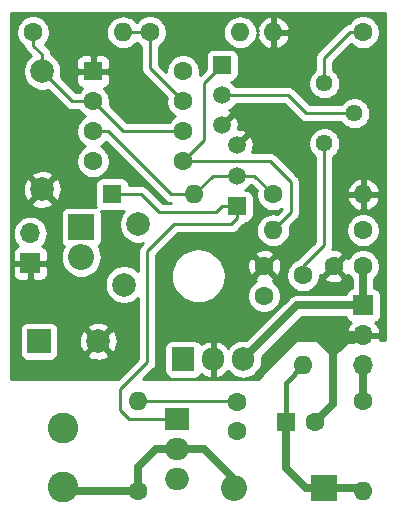
<source format=gbr>
G04 #@! TF.GenerationSoftware,KiCad,Pcbnew,(5.1.0)-1*
G04 #@! TF.CreationDate,2021-10-08T02:38:57-05:00*
G04 #@! TF.ProjectId,nixie_legacy-power,6e697869-655f-46c6-9567-6163792d706f,rev?*
G04 #@! TF.SameCoordinates,Original*
G04 #@! TF.FileFunction,Copper,L2,Bot*
G04 #@! TF.FilePolarity,Positive*
%FSLAX46Y46*%
G04 Gerber Fmt 4.6, Leading zero omitted, Abs format (unit mm)*
G04 Created by KiCad (PCBNEW (5.1.0)-1) date 2021-10-08 02:38:57*
%MOMM*%
%LPD*%
G04 APERTURE LIST*
%ADD10O,1.905000X2.000000*%
%ADD11R,1.905000X2.000000*%
%ADD12O,1.700000X1.700000*%
%ADD13R,1.700000X1.700000*%
%ADD14C,1.500000*%
%ADD15R,1.500000X1.500000*%
%ADD16C,2.600000*%
%ADD17R,1.600000X1.600000*%
%ADD18O,1.600000X1.600000*%
%ADD19O,2.200000X2.200000*%
%ADD20R,2.200000X2.200000*%
%ADD21R,2.000000X1.905000*%
%ADD22O,2.000000X1.905000*%
%ADD23R,2.000000X2.000000*%
%ADD24C,2.000000*%
%ADD25C,1.600000*%
%ADD26C,1.440000*%
%ADD27C,2.010000*%
%ADD28C,0.635000*%
%ADD29C,0.254000*%
%ADD30C,0.381000*%
%ADD31C,0.250000*%
G04 APERTURE END LIST*
D10*
X108204000Y-107442000D03*
X105664000Y-107442000D03*
D11*
X103124000Y-107442000D03*
D12*
X90170000Y-96774000D03*
D13*
X90170000Y-99314000D03*
D14*
X107696000Y-91888000D03*
X107696000Y-89288000D03*
D15*
X107696000Y-94488000D03*
D16*
X92964000Y-113284000D03*
X92964000Y-118284000D03*
D17*
X97091500Y-93472000D03*
D18*
X104076500Y-93472000D03*
D19*
X94488000Y-98806000D03*
D20*
X94488000Y-96266000D03*
D21*
X102616000Y-112522000D03*
D22*
X102616000Y-115062000D03*
X102616000Y-117602000D03*
D23*
X90932000Y-105918000D03*
D24*
X95932000Y-105918000D03*
D25*
X114300000Y-112776000D03*
D17*
X111800000Y-112776000D03*
D18*
X99314000Y-110998000D03*
D25*
X99314000Y-118618000D03*
D19*
X107442000Y-118364000D03*
D20*
X115062000Y-118364000D03*
D18*
X118364000Y-118618000D03*
D25*
X118364000Y-110998000D03*
D18*
X113284000Y-107950000D03*
D25*
X113284000Y-100330000D03*
D12*
X118364000Y-107950000D03*
X118364000Y-105410000D03*
D13*
X118364000Y-102870000D03*
D25*
X107696000Y-113538000D03*
X107696000Y-111038000D03*
X115864000Y-99568000D03*
X118364000Y-99568000D03*
X109982000Y-99568000D03*
X109982000Y-102068000D03*
D14*
X106426000Y-85090000D03*
X106426000Y-87630000D03*
D15*
X106426000Y-82550000D03*
D25*
X103124000Y-83058000D03*
X103124000Y-85598000D03*
X103124000Y-88138000D03*
X103124000Y-90678000D03*
X95504000Y-90678000D03*
X95504000Y-88138000D03*
X95504000Y-85598000D03*
D17*
X95504000Y-83058000D03*
D26*
X115062000Y-89154000D03*
X117602000Y-86614000D03*
X115062000Y-84074000D03*
D18*
X110744000Y-79756000D03*
D25*
X118364000Y-79756000D03*
D18*
X118364000Y-93472000D03*
D25*
X110744000Y-93472000D03*
D18*
X107950000Y-79756000D03*
D25*
X100330000Y-79756000D03*
D18*
X98044000Y-79756000D03*
D25*
X90424000Y-79756000D03*
X118364000Y-96520000D03*
D18*
X110744000Y-96520000D03*
D27*
X99314000Y-96012000D03*
X98114000Y-101112000D03*
D24*
X91186000Y-93058000D03*
X91186000Y-83058000D03*
D28*
X114300000Y-112776000D02*
X115824000Y-111252000D01*
X115824000Y-111252000D02*
X115824000Y-106934000D01*
X115824000Y-106172000D02*
X116078000Y-105918000D01*
X115824000Y-106172000D02*
X115824000Y-105410000D01*
X118364000Y-105410000D02*
X117161919Y-105410000D01*
X117161919Y-105410000D02*
X115316000Y-105410000D01*
X114300000Y-105410000D02*
X115824000Y-106934000D01*
X116713000Y-106045000D02*
X114935000Y-106045000D01*
X114935000Y-106045000D02*
X114300000Y-105410000D01*
X115062000Y-106172000D02*
X114935000Y-106045000D01*
X115824000Y-106934000D02*
X116713000Y-106045000D01*
X115316000Y-105918000D02*
X115570000Y-106172000D01*
X115316000Y-105410000D02*
X115316000Y-105918000D01*
X115824000Y-106172000D02*
X115570000Y-106172000D01*
X115570000Y-106172000D02*
X115062000Y-106172000D01*
X116332000Y-105664000D02*
X116713000Y-106045000D01*
X116332000Y-105410000D02*
X116332000Y-105664000D01*
X116332000Y-105410000D02*
X117161919Y-105410000D01*
X114300000Y-105410000D02*
X116332000Y-105410000D01*
X118364000Y-105410000D02*
X117856000Y-105410000D01*
X117475000Y-105791000D02*
X116967000Y-105791000D01*
X117856000Y-105410000D02*
X117475000Y-105791000D01*
X116713000Y-106045000D02*
X116967000Y-105791000D01*
D29*
X90424000Y-80887370D02*
X91070630Y-81534000D01*
X90424000Y-79756000D02*
X90424000Y-80887370D01*
X91186000Y-81643787D02*
X91186000Y-83058000D01*
X91076213Y-81534000D02*
X91186000Y-81643787D01*
X91070630Y-81534000D02*
X91076213Y-81534000D01*
X93726000Y-85598000D02*
X95504000Y-85598000D01*
X91186000Y-83058000D02*
X93726000Y-85598000D01*
X98044000Y-88138000D02*
X103124000Y-88138000D01*
X95504000Y-85598000D02*
X98044000Y-88138000D01*
X107656000Y-110998000D02*
X107696000Y-111038000D01*
X99314000Y-110998000D02*
X107656000Y-110998000D01*
D28*
X118110000Y-118364000D02*
X115062000Y-118364000D01*
X118364000Y-118618000D02*
X118110000Y-118364000D01*
X111800000Y-116626000D02*
X111800000Y-112776000D01*
X115062000Y-118364000D02*
X113538000Y-118364000D01*
X113538000Y-118364000D02*
X111800000Y-116626000D01*
D30*
X111800000Y-109434000D02*
X113284000Y-107950000D01*
X111800000Y-112776000D02*
X111800000Y-109434000D01*
D29*
X96774000Y-88138000D02*
X95504000Y-88138000D01*
X104076500Y-93472000D02*
X102108000Y-93472000D01*
X102108000Y-93472000D02*
X96774000Y-88138000D01*
D31*
X109160000Y-91888000D02*
X110744000Y-93472000D01*
X104076500Y-93472000D02*
X105660500Y-91888000D01*
X105660500Y-91888000D02*
X109160000Y-91888000D01*
D28*
X94060000Y-118618000D02*
X99314000Y-118618000D01*
X107442000Y-117602000D02*
X107442000Y-118364000D01*
X104902000Y-115062000D02*
X107442000Y-117602000D01*
X100838000Y-115062000D02*
X104902000Y-115062000D01*
X99314000Y-118618000D02*
X99314000Y-116586000D01*
X99314000Y-116586000D02*
X100838000Y-115062000D01*
X118364000Y-110998000D02*
X118364000Y-107950000D01*
D31*
X104902000Y-84074000D02*
X106426000Y-82550000D01*
X103124000Y-90678000D02*
X104902000Y-88900000D01*
X104902000Y-88900000D02*
X104902000Y-84074000D01*
X104902000Y-90678000D02*
X103124000Y-90678000D01*
X110490000Y-90678000D02*
X104902000Y-90678000D01*
X112268000Y-92456000D02*
X110490000Y-90678000D01*
X110744000Y-96520000D02*
X112268000Y-94996000D01*
X112268000Y-94996000D02*
X112268000Y-92456000D01*
D29*
X113538000Y-86614000D02*
X117602000Y-86614000D01*
X106426000Y-85090000D02*
X112014000Y-85090000D01*
X112014000Y-85090000D02*
X113538000Y-86614000D01*
X98044000Y-79756000D02*
X100330000Y-79756000D01*
X100330000Y-82804000D02*
X100330000Y-79756000D01*
X103124000Y-85598000D02*
X100330000Y-82804000D01*
X115062000Y-97790000D02*
X115062000Y-89154000D01*
X113284000Y-99568000D02*
X115062000Y-97790000D01*
X115062000Y-83055767D02*
X115062000Y-84074000D01*
X115062000Y-81926630D02*
X115062000Y-83055767D01*
X117232630Y-79756000D02*
X115062000Y-81926630D01*
X118364000Y-79756000D02*
X117232630Y-79756000D01*
D31*
X99568000Y-93472000D02*
X101092000Y-94996000D01*
X97091500Y-93472000D02*
X99568000Y-93472000D01*
X101092000Y-94996000D02*
X105918000Y-94996000D01*
X105918000Y-94996000D02*
X106426000Y-94488000D01*
X106426000Y-94488000D02*
X107696000Y-94488000D01*
D29*
X107188000Y-96012000D02*
X107696000Y-95504000D01*
X102362000Y-96012000D02*
X107188000Y-96012000D01*
X100076000Y-98298000D02*
X102362000Y-96012000D01*
X102362000Y-112522000D02*
X98552000Y-112522000D01*
X102616000Y-112268000D02*
X102362000Y-112522000D01*
X97790000Y-111760000D02*
X97790000Y-109982000D01*
X97790000Y-109982000D02*
X100076000Y-107696000D01*
X107696000Y-95504000D02*
X107696000Y-94488000D01*
X98552000Y-112522000D02*
X97790000Y-111760000D01*
X100076000Y-107696000D02*
X100076000Y-98298000D01*
D28*
X118364000Y-99568000D02*
X118364000Y-102870000D01*
X112776000Y-102870000D02*
X118364000Y-102870000D01*
X108204000Y-107442000D02*
X112776000Y-102870000D01*
D29*
G36*
X120244001Y-105791000D02*
G01*
X119798163Y-105791000D01*
X119805476Y-105766890D01*
X119684155Y-105537000D01*
X118491000Y-105537000D01*
X118491000Y-105557000D01*
X118237000Y-105557000D01*
X118237000Y-105537000D01*
X117043845Y-105537000D01*
X116922524Y-105766890D01*
X116929837Y-105791000D01*
X112776000Y-105791000D01*
X112751224Y-105793440D01*
X112727399Y-105800667D01*
X112705443Y-105812403D01*
X112686197Y-105828197D01*
X109421394Y-109093000D01*
X99756631Y-109093000D01*
X100588353Y-108261278D01*
X100617422Y-108237422D01*
X100712645Y-108121392D01*
X100783402Y-107989015D01*
X100826974Y-107845378D01*
X100838000Y-107733426D01*
X100838000Y-107733424D01*
X100841686Y-107696001D01*
X100838000Y-107658578D01*
X100838000Y-106442000D01*
X101533428Y-106442000D01*
X101533428Y-108442000D01*
X101545688Y-108566482D01*
X101581998Y-108686180D01*
X101640963Y-108796494D01*
X101720315Y-108893185D01*
X101817006Y-108972537D01*
X101927320Y-109031502D01*
X102047018Y-109067812D01*
X102171500Y-109080072D01*
X104076500Y-109080072D01*
X104200982Y-109067812D01*
X104320680Y-109031502D01*
X104430994Y-108972537D01*
X104527685Y-108893185D01*
X104607037Y-108796494D01*
X104656059Y-108704781D01*
X104797077Y-108817969D01*
X105072906Y-108961571D01*
X105291020Y-109032563D01*
X105537000Y-108912594D01*
X105537000Y-107569000D01*
X105517000Y-107569000D01*
X105517000Y-107315000D01*
X105537000Y-107315000D01*
X105537000Y-105971406D01*
X105791000Y-105971406D01*
X105791000Y-107315000D01*
X105811000Y-107315000D01*
X105811000Y-107569000D01*
X105791000Y-107569000D01*
X105791000Y-108912594D01*
X106036980Y-109032563D01*
X106255094Y-108961571D01*
X106530923Y-108817969D01*
X106773437Y-108623315D01*
X106928837Y-108438101D01*
X107076037Y-108617463D01*
X107317766Y-108815845D01*
X107593552Y-108963255D01*
X107892797Y-109054030D01*
X108204000Y-109084681D01*
X108515204Y-109054030D01*
X108814449Y-108963255D01*
X109090235Y-108815845D01*
X109331963Y-108617463D01*
X109530345Y-108375734D01*
X109677755Y-108099948D01*
X109768530Y-107800703D01*
X109791500Y-107567485D01*
X109791500Y-107316514D01*
X109781191Y-107211847D01*
X113170538Y-103822500D01*
X116886023Y-103822500D01*
X116888188Y-103844482D01*
X116924498Y-103964180D01*
X116983463Y-104074494D01*
X117062815Y-104171185D01*
X117159506Y-104250537D01*
X117269820Y-104309502D01*
X117350466Y-104333966D01*
X117266412Y-104409731D01*
X117092359Y-104643080D01*
X116967175Y-104905901D01*
X116922524Y-105053110D01*
X117043845Y-105283000D01*
X118237000Y-105283000D01*
X118237000Y-105263000D01*
X118491000Y-105263000D01*
X118491000Y-105283000D01*
X119684155Y-105283000D01*
X119805476Y-105053110D01*
X119760825Y-104905901D01*
X119635641Y-104643080D01*
X119461588Y-104409731D01*
X119377534Y-104333966D01*
X119458180Y-104309502D01*
X119568494Y-104250537D01*
X119665185Y-104171185D01*
X119744537Y-104074494D01*
X119803502Y-103964180D01*
X119839812Y-103844482D01*
X119852072Y-103720000D01*
X119852072Y-102020000D01*
X119839812Y-101895518D01*
X119803502Y-101775820D01*
X119744537Y-101665506D01*
X119665185Y-101568815D01*
X119568494Y-101489463D01*
X119458180Y-101430498D01*
X119338482Y-101394188D01*
X119316500Y-101392023D01*
X119316500Y-100644896D01*
X119478637Y-100482759D01*
X119635680Y-100247727D01*
X119743853Y-99986574D01*
X119799000Y-99709335D01*
X119799000Y-99426665D01*
X119743853Y-99149426D01*
X119635680Y-98888273D01*
X119478637Y-98653241D01*
X119278759Y-98453363D01*
X119043727Y-98296320D01*
X118782574Y-98188147D01*
X118505335Y-98133000D01*
X118222665Y-98133000D01*
X117945426Y-98188147D01*
X117684273Y-98296320D01*
X117449241Y-98453363D01*
X117249363Y-98653241D01*
X117115308Y-98853869D01*
X117100671Y-98826486D01*
X116856702Y-98754903D01*
X116043605Y-99568000D01*
X116856702Y-100381097D01*
X117100671Y-100309514D01*
X117114324Y-100280659D01*
X117249363Y-100482759D01*
X117411500Y-100644896D01*
X117411501Y-101392023D01*
X117389518Y-101394188D01*
X117269820Y-101430498D01*
X117159506Y-101489463D01*
X117062815Y-101568815D01*
X116983463Y-101665506D01*
X116924498Y-101775820D01*
X116888188Y-101895518D01*
X116886023Y-101917500D01*
X112822784Y-101917500D01*
X112775999Y-101912892D01*
X112636163Y-101926665D01*
X112589277Y-101931283D01*
X112409731Y-101985748D01*
X112244259Y-102074194D01*
X112099222Y-102193222D01*
X112069393Y-102229569D01*
X108473135Y-105825827D01*
X108204000Y-105799319D01*
X107892796Y-105829970D01*
X107593551Y-105920745D01*
X107317765Y-106068155D01*
X107076037Y-106266537D01*
X106928838Y-106445900D01*
X106773437Y-106260685D01*
X106530923Y-106066031D01*
X106255094Y-105922429D01*
X106036980Y-105851437D01*
X105791000Y-105971406D01*
X105537000Y-105971406D01*
X105291020Y-105851437D01*
X105072906Y-105922429D01*
X104797077Y-106066031D01*
X104656059Y-106179219D01*
X104607037Y-106087506D01*
X104527685Y-105990815D01*
X104430994Y-105911463D01*
X104320680Y-105852498D01*
X104200982Y-105816188D01*
X104076500Y-105803928D01*
X102171500Y-105803928D01*
X102047018Y-105816188D01*
X101927320Y-105852498D01*
X101817006Y-105911463D01*
X101720315Y-105990815D01*
X101640963Y-106087506D01*
X101581998Y-106197820D01*
X101545688Y-106317518D01*
X101533428Y-106442000D01*
X100838000Y-106442000D01*
X100838000Y-100406532D01*
X102064227Y-100406532D01*
X102114916Y-100858434D01*
X102252415Y-101291885D01*
X102471486Y-101690373D01*
X102763784Y-102038721D01*
X103118178Y-102323661D01*
X103521167Y-102534338D01*
X103957402Y-102662729D01*
X104410266Y-102703943D01*
X104862512Y-102656410D01*
X105296911Y-102521941D01*
X105696919Y-102305658D01*
X106047300Y-102015798D01*
X106119994Y-101926665D01*
X108547000Y-101926665D01*
X108547000Y-102209335D01*
X108602147Y-102486574D01*
X108710320Y-102747727D01*
X108867363Y-102982759D01*
X109067241Y-103182637D01*
X109302273Y-103339680D01*
X109563426Y-103447853D01*
X109840665Y-103503000D01*
X110123335Y-103503000D01*
X110400574Y-103447853D01*
X110661727Y-103339680D01*
X110896759Y-103182637D01*
X111096637Y-102982759D01*
X111253680Y-102747727D01*
X111361853Y-102486574D01*
X111417000Y-102209335D01*
X111417000Y-101926665D01*
X111361853Y-101649426D01*
X111253680Y-101388273D01*
X111096637Y-101153241D01*
X110896759Y-100953363D01*
X110696131Y-100819308D01*
X110723514Y-100804671D01*
X110795097Y-100560702D01*
X109982000Y-99747605D01*
X109168903Y-100560702D01*
X109240486Y-100804671D01*
X109269341Y-100818324D01*
X109067241Y-100953363D01*
X108867363Y-101153241D01*
X108710320Y-101388273D01*
X108602147Y-101649426D01*
X108547000Y-101926665D01*
X106119994Y-101926665D01*
X106334706Y-101663402D01*
X106548192Y-101261894D01*
X106679626Y-100826566D01*
X106724000Y-100374000D01*
X106723092Y-100308943D01*
X106666098Y-99857792D01*
X106593154Y-99638512D01*
X108541783Y-99638512D01*
X108583213Y-99918130D01*
X108678397Y-100184292D01*
X108745329Y-100309514D01*
X108989298Y-100381097D01*
X109802395Y-99568000D01*
X110161605Y-99568000D01*
X110974702Y-100381097D01*
X111218671Y-100309514D01*
X111275853Y-100188665D01*
X111849000Y-100188665D01*
X111849000Y-100471335D01*
X111904147Y-100748574D01*
X112012320Y-101009727D01*
X112169363Y-101244759D01*
X112369241Y-101444637D01*
X112604273Y-101601680D01*
X112865426Y-101709853D01*
X113142665Y-101765000D01*
X113425335Y-101765000D01*
X113702574Y-101709853D01*
X113963727Y-101601680D01*
X114198759Y-101444637D01*
X114398637Y-101244759D01*
X114555680Y-101009727D01*
X114663853Y-100748574D01*
X114701223Y-100560702D01*
X115050903Y-100560702D01*
X115122486Y-100804671D01*
X115377996Y-100925571D01*
X115652184Y-100994300D01*
X115934512Y-101008217D01*
X116214130Y-100966787D01*
X116480292Y-100871603D01*
X116605514Y-100804671D01*
X116677097Y-100560702D01*
X115864000Y-99747605D01*
X115050903Y-100560702D01*
X114701223Y-100560702D01*
X114719000Y-100471335D01*
X114719000Y-100336411D01*
X114871298Y-100381097D01*
X115684395Y-99568000D01*
X115670253Y-99553858D01*
X115849858Y-99374253D01*
X115864000Y-99388395D01*
X116677097Y-98575298D01*
X116605514Y-98331329D01*
X116350004Y-98210429D01*
X116075816Y-98141700D01*
X115793488Y-98127783D01*
X115741343Y-98135509D01*
X115769401Y-98083016D01*
X115769402Y-98083015D01*
X115812974Y-97939378D01*
X115824000Y-97827426D01*
X115824000Y-97827423D01*
X115827686Y-97790000D01*
X115824000Y-97752577D01*
X115824000Y-96378665D01*
X116929000Y-96378665D01*
X116929000Y-96661335D01*
X116984147Y-96938574D01*
X117092320Y-97199727D01*
X117249363Y-97434759D01*
X117449241Y-97634637D01*
X117684273Y-97791680D01*
X117945426Y-97899853D01*
X118222665Y-97955000D01*
X118505335Y-97955000D01*
X118782574Y-97899853D01*
X119043727Y-97791680D01*
X119278759Y-97634637D01*
X119478637Y-97434759D01*
X119635680Y-97199727D01*
X119743853Y-96938574D01*
X119799000Y-96661335D01*
X119799000Y-96378665D01*
X119743853Y-96101426D01*
X119635680Y-95840273D01*
X119478637Y-95605241D01*
X119278759Y-95405363D01*
X119043727Y-95248320D01*
X118782574Y-95140147D01*
X118505335Y-95085000D01*
X118222665Y-95085000D01*
X117945426Y-95140147D01*
X117684273Y-95248320D01*
X117449241Y-95405363D01*
X117249363Y-95605241D01*
X117092320Y-95840273D01*
X116984147Y-96101426D01*
X116929000Y-96378665D01*
X115824000Y-96378665D01*
X115824000Y-93821039D01*
X116972096Y-93821039D01*
X117012754Y-93955087D01*
X117132963Y-94209420D01*
X117300481Y-94435414D01*
X117508869Y-94624385D01*
X117750119Y-94769070D01*
X118014960Y-94863909D01*
X118237000Y-94742624D01*
X118237000Y-93599000D01*
X118491000Y-93599000D01*
X118491000Y-94742624D01*
X118713040Y-94863909D01*
X118977881Y-94769070D01*
X119219131Y-94624385D01*
X119427519Y-94435414D01*
X119595037Y-94209420D01*
X119715246Y-93955087D01*
X119755904Y-93821039D01*
X119633915Y-93599000D01*
X118491000Y-93599000D01*
X118237000Y-93599000D01*
X117094085Y-93599000D01*
X116972096Y-93821039D01*
X115824000Y-93821039D01*
X115824000Y-93122961D01*
X116972096Y-93122961D01*
X117094085Y-93345000D01*
X118237000Y-93345000D01*
X118237000Y-92201376D01*
X118491000Y-92201376D01*
X118491000Y-93345000D01*
X119633915Y-93345000D01*
X119755904Y-93122961D01*
X119715246Y-92988913D01*
X119595037Y-92734580D01*
X119427519Y-92508586D01*
X119219131Y-92319615D01*
X118977881Y-92174930D01*
X118713040Y-92080091D01*
X118491000Y-92201376D01*
X118237000Y-92201376D01*
X118014960Y-92080091D01*
X117750119Y-92174930D01*
X117508869Y-92319615D01*
X117300481Y-92508586D01*
X117132963Y-92734580D01*
X117012754Y-92988913D01*
X116972096Y-93122961D01*
X115824000Y-93122961D01*
X115824000Y-90274492D01*
X115925762Y-90206497D01*
X116114497Y-90017762D01*
X116262785Y-89795833D01*
X116364928Y-89549239D01*
X116417000Y-89287456D01*
X116417000Y-89020544D01*
X116364928Y-88758761D01*
X116262785Y-88512167D01*
X116114497Y-88290238D01*
X115925762Y-88101503D01*
X115703833Y-87953215D01*
X115457239Y-87851072D01*
X115195456Y-87799000D01*
X114928544Y-87799000D01*
X114666761Y-87851072D01*
X114420167Y-87953215D01*
X114198238Y-88101503D01*
X114009503Y-88290238D01*
X113861215Y-88512167D01*
X113759072Y-88758761D01*
X113707000Y-89020544D01*
X113707000Y-89287456D01*
X113759072Y-89549239D01*
X113861215Y-89795833D01*
X114009503Y-90017762D01*
X114198238Y-90206497D01*
X114300001Y-90274493D01*
X114300000Y-97474370D01*
X112795088Y-98979282D01*
X112604273Y-99058320D01*
X112369241Y-99215363D01*
X112169363Y-99415241D01*
X112012320Y-99650273D01*
X111904147Y-99911426D01*
X111849000Y-100188665D01*
X111275853Y-100188665D01*
X111339571Y-100054004D01*
X111408300Y-99779816D01*
X111422217Y-99497488D01*
X111380787Y-99217870D01*
X111285603Y-98951708D01*
X111218671Y-98826486D01*
X110974702Y-98754903D01*
X110161605Y-99568000D01*
X109802395Y-99568000D01*
X108989298Y-98754903D01*
X108745329Y-98826486D01*
X108624429Y-99081996D01*
X108555700Y-99356184D01*
X108541783Y-99638512D01*
X106593154Y-99638512D01*
X106522561Y-99426304D01*
X106297948Y-99030913D01*
X106000814Y-98686680D01*
X105858252Y-98575298D01*
X109168903Y-98575298D01*
X109982000Y-99388395D01*
X110795097Y-98575298D01*
X110723514Y-98331329D01*
X110468004Y-98210429D01*
X110193816Y-98141700D01*
X109911488Y-98127783D01*
X109631870Y-98169213D01*
X109365708Y-98264397D01*
X109240486Y-98331329D01*
X109168903Y-98575298D01*
X105858252Y-98575298D01*
X105642476Y-98406716D01*
X105236585Y-98201686D01*
X104798600Y-98079398D01*
X104345204Y-98044511D01*
X103893667Y-98098354D01*
X103461187Y-98238875D01*
X103064237Y-98460722D01*
X102717938Y-98755446D01*
X102435480Y-99111820D01*
X102227621Y-99516270D01*
X102102278Y-99953390D01*
X102064227Y-100406532D01*
X100838000Y-100406532D01*
X100838000Y-98613630D01*
X102677631Y-96774000D01*
X107150577Y-96774000D01*
X107188000Y-96777686D01*
X107225423Y-96774000D01*
X107225426Y-96774000D01*
X107337378Y-96762974D01*
X107481015Y-96719402D01*
X107613392Y-96648645D01*
X107729422Y-96553422D01*
X107753284Y-96524346D01*
X108208347Y-96069283D01*
X108237422Y-96045422D01*
X108332645Y-95929392D01*
X108361145Y-95876072D01*
X108446000Y-95876072D01*
X108570482Y-95863812D01*
X108690180Y-95827502D01*
X108800494Y-95768537D01*
X108897185Y-95689185D01*
X108976537Y-95592494D01*
X109035502Y-95482180D01*
X109071812Y-95362482D01*
X109084072Y-95238000D01*
X109084072Y-93738000D01*
X109071812Y-93613518D01*
X109035502Y-93493820D01*
X108976537Y-93383506D01*
X108897185Y-93286815D01*
X108800494Y-93207463D01*
X108690180Y-93148498D01*
X108570482Y-93112188D01*
X108446000Y-93099928D01*
X108375155Y-93099928D01*
X108578886Y-92963799D01*
X108771799Y-92770886D01*
X108850420Y-92653221D01*
X109345312Y-93148114D01*
X109309000Y-93330665D01*
X109309000Y-93613335D01*
X109364147Y-93890574D01*
X109472320Y-94151727D01*
X109629363Y-94386759D01*
X109829241Y-94586637D01*
X110064273Y-94743680D01*
X110325426Y-94851853D01*
X110602665Y-94907000D01*
X110885335Y-94907000D01*
X111162574Y-94851853D01*
X111423727Y-94743680D01*
X111489396Y-94699802D01*
X111069906Y-95119292D01*
X111025309Y-95105764D01*
X110814492Y-95085000D01*
X110673508Y-95085000D01*
X110462691Y-95105764D01*
X110192192Y-95187818D01*
X109942899Y-95321068D01*
X109724392Y-95500392D01*
X109545068Y-95718899D01*
X109411818Y-95968192D01*
X109329764Y-96238691D01*
X109302057Y-96520000D01*
X109329764Y-96801309D01*
X109411818Y-97071808D01*
X109545068Y-97321101D01*
X109724392Y-97539608D01*
X109942899Y-97718932D01*
X110192192Y-97852182D01*
X110462691Y-97934236D01*
X110673508Y-97955000D01*
X110814492Y-97955000D01*
X111025309Y-97934236D01*
X111295808Y-97852182D01*
X111545101Y-97718932D01*
X111763608Y-97539608D01*
X111942932Y-97321101D01*
X112076182Y-97071808D01*
X112158236Y-96801309D01*
X112185943Y-96520000D01*
X112158236Y-96238691D01*
X112144708Y-96194094D01*
X112779009Y-95559794D01*
X112808001Y-95536001D01*
X112831795Y-95507008D01*
X112831799Y-95507004D01*
X112902973Y-95420277D01*
X112902974Y-95420276D01*
X112973546Y-95288247D01*
X113017003Y-95144986D01*
X113028000Y-95033333D01*
X113028000Y-95033324D01*
X113031676Y-94996001D01*
X113028000Y-94958678D01*
X113028000Y-92493325D01*
X113031676Y-92456000D01*
X113028000Y-92418675D01*
X113028000Y-92418667D01*
X113017003Y-92307014D01*
X112973546Y-92163753D01*
X112902974Y-92031724D01*
X112808001Y-91915999D01*
X112779003Y-91892201D01*
X111053804Y-90167003D01*
X111030001Y-90137999D01*
X110914276Y-90043026D01*
X110782247Y-89972454D01*
X110638986Y-89928997D01*
X110527333Y-89918000D01*
X110527322Y-89918000D01*
X110490000Y-89914324D01*
X110452678Y-89918000D01*
X108930276Y-89918000D01*
X109007760Y-89752884D01*
X109073250Y-89488040D01*
X109085812Y-89215508D01*
X109044965Y-88945762D01*
X108952277Y-88689168D01*
X108891860Y-88576137D01*
X108652993Y-88510612D01*
X107875605Y-89288000D01*
X107889748Y-89302143D01*
X107710143Y-89481748D01*
X107696000Y-89467605D01*
X107681858Y-89481748D01*
X107502253Y-89302143D01*
X107516395Y-89288000D01*
X107502253Y-89273858D01*
X107681858Y-89094253D01*
X107696000Y-89108395D01*
X108473388Y-88331007D01*
X108407863Y-88092140D01*
X108160884Y-87976240D01*
X107896040Y-87910750D01*
X107784563Y-87905612D01*
X107803250Y-87830040D01*
X107815812Y-87557508D01*
X107774965Y-87287762D01*
X107682277Y-87031168D01*
X107621860Y-86918137D01*
X107382993Y-86852612D01*
X106605605Y-87630000D01*
X106619748Y-87644143D01*
X106440143Y-87823748D01*
X106426000Y-87809605D01*
X106411858Y-87823748D01*
X106232253Y-87644143D01*
X106246395Y-87630000D01*
X106232253Y-87615858D01*
X106411858Y-87436253D01*
X106426000Y-87450395D01*
X107203388Y-86673007D01*
X107137863Y-86434140D01*
X106979523Y-86359836D01*
X107082043Y-86317371D01*
X107308886Y-86165799D01*
X107501799Y-85972886D01*
X107582573Y-85852000D01*
X111698370Y-85852000D01*
X112972721Y-87126352D01*
X112996578Y-87155422D01*
X113112608Y-87250645D01*
X113244985Y-87321402D01*
X113388622Y-87364974D01*
X113500574Y-87376000D01*
X113500576Y-87376000D01*
X113537999Y-87379686D01*
X113575422Y-87376000D01*
X116481508Y-87376000D01*
X116549503Y-87477762D01*
X116738238Y-87666497D01*
X116960167Y-87814785D01*
X117206761Y-87916928D01*
X117468544Y-87969000D01*
X117735456Y-87969000D01*
X117997239Y-87916928D01*
X118243833Y-87814785D01*
X118465762Y-87666497D01*
X118654497Y-87477762D01*
X118802785Y-87255833D01*
X118904928Y-87009239D01*
X118957000Y-86747456D01*
X118957000Y-86480544D01*
X118904928Y-86218761D01*
X118802785Y-85972167D01*
X118654497Y-85750238D01*
X118465762Y-85561503D01*
X118243833Y-85413215D01*
X117997239Y-85311072D01*
X117735456Y-85259000D01*
X117468544Y-85259000D01*
X117206761Y-85311072D01*
X116960167Y-85413215D01*
X116738238Y-85561503D01*
X116549503Y-85750238D01*
X116481508Y-85852000D01*
X113853631Y-85852000D01*
X112579284Y-84577654D01*
X112555422Y-84548578D01*
X112439392Y-84453355D01*
X112307015Y-84382598D01*
X112163378Y-84339026D01*
X112051426Y-84328000D01*
X112051423Y-84328000D01*
X112014000Y-84324314D01*
X111976577Y-84328000D01*
X107582573Y-84328000D01*
X107501799Y-84207114D01*
X107308886Y-84014201D01*
X107198652Y-83940544D01*
X113707000Y-83940544D01*
X113707000Y-84207456D01*
X113759072Y-84469239D01*
X113861215Y-84715833D01*
X114009503Y-84937762D01*
X114198238Y-85126497D01*
X114420167Y-85274785D01*
X114666761Y-85376928D01*
X114928544Y-85429000D01*
X115195456Y-85429000D01*
X115457239Y-85376928D01*
X115703833Y-85274785D01*
X115925762Y-85126497D01*
X116114497Y-84937762D01*
X116262785Y-84715833D01*
X116364928Y-84469239D01*
X116417000Y-84207456D01*
X116417000Y-83940544D01*
X116364928Y-83678761D01*
X116262785Y-83432167D01*
X116114497Y-83210238D01*
X115925762Y-83021503D01*
X115824000Y-82953508D01*
X115824000Y-82242260D01*
X117322432Y-80743828D01*
X117449241Y-80870637D01*
X117684273Y-81027680D01*
X117945426Y-81135853D01*
X118222665Y-81191000D01*
X118505335Y-81191000D01*
X118782574Y-81135853D01*
X119043727Y-81027680D01*
X119278759Y-80870637D01*
X119478637Y-80670759D01*
X119635680Y-80435727D01*
X119743853Y-80174574D01*
X119799000Y-79897335D01*
X119799000Y-79614665D01*
X119743853Y-79337426D01*
X119635680Y-79076273D01*
X119478637Y-78841241D01*
X119278759Y-78641363D01*
X119043727Y-78484320D01*
X118782574Y-78376147D01*
X118505335Y-78321000D01*
X118222665Y-78321000D01*
X117945426Y-78376147D01*
X117684273Y-78484320D01*
X117449241Y-78641363D01*
X117249363Y-78841241D01*
X117143918Y-78999051D01*
X117083252Y-79005026D01*
X116939615Y-79048598D01*
X116807238Y-79119355D01*
X116691208Y-79214578D01*
X116667351Y-79243648D01*
X114549654Y-81361346D01*
X114520578Y-81385208D01*
X114484810Y-81428792D01*
X114425355Y-81501238D01*
X114413181Y-81524015D01*
X114354598Y-81633616D01*
X114311026Y-81777253D01*
X114300000Y-81889204D01*
X114296314Y-81926630D01*
X114300000Y-81964054D01*
X114300001Y-82953507D01*
X114198238Y-83021503D01*
X114009503Y-83210238D01*
X113861215Y-83432167D01*
X113759072Y-83678761D01*
X113707000Y-83940544D01*
X107198652Y-83940544D01*
X107192517Y-83936445D01*
X107300482Y-83925812D01*
X107420180Y-83889502D01*
X107530494Y-83830537D01*
X107627185Y-83751185D01*
X107706537Y-83654494D01*
X107765502Y-83544180D01*
X107801812Y-83424482D01*
X107814072Y-83300000D01*
X107814072Y-81800000D01*
X107801812Y-81675518D01*
X107765502Y-81555820D01*
X107706537Y-81445506D01*
X107627185Y-81348815D01*
X107530494Y-81269463D01*
X107420180Y-81210498D01*
X107300482Y-81174188D01*
X107176000Y-81161928D01*
X105676000Y-81161928D01*
X105551518Y-81174188D01*
X105431820Y-81210498D01*
X105321506Y-81269463D01*
X105224815Y-81348815D01*
X105145463Y-81445506D01*
X105086498Y-81555820D01*
X105050188Y-81675518D01*
X105037928Y-81800000D01*
X105037928Y-82863270D01*
X104523526Y-83377673D01*
X104559000Y-83199335D01*
X104559000Y-82916665D01*
X104503853Y-82639426D01*
X104395680Y-82378273D01*
X104238637Y-82143241D01*
X104038759Y-81943363D01*
X103803727Y-81786320D01*
X103542574Y-81678147D01*
X103265335Y-81623000D01*
X102982665Y-81623000D01*
X102705426Y-81678147D01*
X102444273Y-81786320D01*
X102209241Y-81943363D01*
X102009363Y-82143241D01*
X101852320Y-82378273D01*
X101744147Y-82639426D01*
X101689000Y-82916665D01*
X101689000Y-83085370D01*
X101092000Y-82488370D01*
X101092000Y-80972707D01*
X101244759Y-80870637D01*
X101444637Y-80670759D01*
X101601680Y-80435727D01*
X101709853Y-80174574D01*
X101765000Y-79897335D01*
X101765000Y-79756000D01*
X106508057Y-79756000D01*
X106535764Y-80037309D01*
X106617818Y-80307808D01*
X106751068Y-80557101D01*
X106930392Y-80775608D01*
X107148899Y-80954932D01*
X107398192Y-81088182D01*
X107668691Y-81170236D01*
X107879508Y-81191000D01*
X108020492Y-81191000D01*
X108231309Y-81170236D01*
X108501808Y-81088182D01*
X108751101Y-80954932D01*
X108969608Y-80775608D01*
X109148932Y-80557101D01*
X109282182Y-80307808D01*
X109364236Y-80037309D01*
X109379434Y-79883002D01*
X109474084Y-79883002D01*
X109352096Y-80105039D01*
X109392754Y-80239087D01*
X109512963Y-80493420D01*
X109680481Y-80719414D01*
X109888869Y-80908385D01*
X110130119Y-81053070D01*
X110394960Y-81147909D01*
X110617000Y-81026624D01*
X110617000Y-79883000D01*
X110871000Y-79883000D01*
X110871000Y-81026624D01*
X111093040Y-81147909D01*
X111357881Y-81053070D01*
X111599131Y-80908385D01*
X111807519Y-80719414D01*
X111975037Y-80493420D01*
X112095246Y-80239087D01*
X112135904Y-80105039D01*
X112013915Y-79883000D01*
X110871000Y-79883000D01*
X110617000Y-79883000D01*
X110597000Y-79883000D01*
X110597000Y-79629000D01*
X110617000Y-79629000D01*
X110617000Y-78485376D01*
X110871000Y-78485376D01*
X110871000Y-79629000D01*
X112013915Y-79629000D01*
X112135904Y-79406961D01*
X112095246Y-79272913D01*
X111975037Y-79018580D01*
X111807519Y-78792586D01*
X111599131Y-78603615D01*
X111357881Y-78458930D01*
X111093040Y-78364091D01*
X110871000Y-78485376D01*
X110617000Y-78485376D01*
X110394960Y-78364091D01*
X110130119Y-78458930D01*
X109888869Y-78603615D01*
X109680481Y-78792586D01*
X109512963Y-79018580D01*
X109392754Y-79272913D01*
X109352096Y-79406961D01*
X109474084Y-79628998D01*
X109379434Y-79628998D01*
X109364236Y-79474691D01*
X109282182Y-79204192D01*
X109148932Y-78954899D01*
X108969608Y-78736392D01*
X108751101Y-78557068D01*
X108501808Y-78423818D01*
X108231309Y-78341764D01*
X108020492Y-78321000D01*
X107879508Y-78321000D01*
X107668691Y-78341764D01*
X107398192Y-78423818D01*
X107148899Y-78557068D01*
X106930392Y-78736392D01*
X106751068Y-78954899D01*
X106617818Y-79204192D01*
X106535764Y-79474691D01*
X106508057Y-79756000D01*
X101765000Y-79756000D01*
X101765000Y-79614665D01*
X101709853Y-79337426D01*
X101601680Y-79076273D01*
X101444637Y-78841241D01*
X101244759Y-78641363D01*
X101009727Y-78484320D01*
X100748574Y-78376147D01*
X100471335Y-78321000D01*
X100188665Y-78321000D01*
X99911426Y-78376147D01*
X99650273Y-78484320D01*
X99415241Y-78641363D01*
X99215363Y-78841241D01*
X99185874Y-78885374D01*
X99063608Y-78736392D01*
X98845101Y-78557068D01*
X98595808Y-78423818D01*
X98325309Y-78341764D01*
X98114492Y-78321000D01*
X97973508Y-78321000D01*
X97762691Y-78341764D01*
X97492192Y-78423818D01*
X97242899Y-78557068D01*
X97024392Y-78736392D01*
X96845068Y-78954899D01*
X96711818Y-79204192D01*
X96629764Y-79474691D01*
X96602057Y-79756000D01*
X96629764Y-80037309D01*
X96711818Y-80307808D01*
X96845068Y-80557101D01*
X97024392Y-80775608D01*
X97242899Y-80954932D01*
X97492192Y-81088182D01*
X97762691Y-81170236D01*
X97973508Y-81191000D01*
X98114492Y-81191000D01*
X98325309Y-81170236D01*
X98595808Y-81088182D01*
X98845101Y-80954932D01*
X99063608Y-80775608D01*
X99185874Y-80626626D01*
X99215363Y-80670759D01*
X99415241Y-80870637D01*
X99568001Y-80972707D01*
X99568000Y-82766577D01*
X99564314Y-82804000D01*
X99568000Y-82841423D01*
X99568000Y-82841425D01*
X99579026Y-82953377D01*
X99622598Y-83097014D01*
X99622599Y-83097015D01*
X99693355Y-83229392D01*
X99732983Y-83277678D01*
X99788578Y-83345422D01*
X99817654Y-83369284D01*
X101724843Y-85276473D01*
X101689000Y-85456665D01*
X101689000Y-85739335D01*
X101744147Y-86016574D01*
X101852320Y-86277727D01*
X102009363Y-86512759D01*
X102209241Y-86712637D01*
X102441759Y-86868000D01*
X102209241Y-87023363D01*
X102009363Y-87223241D01*
X101907293Y-87376000D01*
X98359631Y-87376000D01*
X96903157Y-85919527D01*
X96939000Y-85739335D01*
X96939000Y-85456665D01*
X96883853Y-85179426D01*
X96775680Y-84918273D01*
X96618637Y-84683241D01*
X96420039Y-84484643D01*
X96428482Y-84483812D01*
X96548180Y-84447502D01*
X96658494Y-84388537D01*
X96755185Y-84309185D01*
X96834537Y-84212494D01*
X96893502Y-84102180D01*
X96929812Y-83982482D01*
X96942072Y-83858000D01*
X96939000Y-83343750D01*
X96780250Y-83185000D01*
X95631000Y-83185000D01*
X95631000Y-83205000D01*
X95377000Y-83205000D01*
X95377000Y-83185000D01*
X94227750Y-83185000D01*
X94069000Y-83343750D01*
X94065928Y-83858000D01*
X94078188Y-83982482D01*
X94114498Y-84102180D01*
X94173463Y-84212494D01*
X94252815Y-84309185D01*
X94349506Y-84388537D01*
X94459820Y-84447502D01*
X94579518Y-84483812D01*
X94587961Y-84484643D01*
X94389363Y-84683241D01*
X94287293Y-84836000D01*
X94041631Y-84836000D01*
X92753006Y-83547375D01*
X92758168Y-83534912D01*
X92821000Y-83219033D01*
X92821000Y-82896967D01*
X92758168Y-82581088D01*
X92634918Y-82283537D01*
X92617855Y-82258000D01*
X94065928Y-82258000D01*
X94069000Y-82772250D01*
X94227750Y-82931000D01*
X95377000Y-82931000D01*
X95377000Y-81781750D01*
X95631000Y-81781750D01*
X95631000Y-82931000D01*
X96780250Y-82931000D01*
X96939000Y-82772250D01*
X96942072Y-82258000D01*
X96929812Y-82133518D01*
X96893502Y-82013820D01*
X96834537Y-81903506D01*
X96755185Y-81806815D01*
X96658494Y-81727463D01*
X96548180Y-81668498D01*
X96428482Y-81632188D01*
X96304000Y-81619928D01*
X95789750Y-81623000D01*
X95631000Y-81781750D01*
X95377000Y-81781750D01*
X95218250Y-81623000D01*
X94704000Y-81619928D01*
X94579518Y-81632188D01*
X94459820Y-81668498D01*
X94349506Y-81727463D01*
X94252815Y-81806815D01*
X94173463Y-81903506D01*
X94114498Y-82013820D01*
X94078188Y-82133518D01*
X94065928Y-82258000D01*
X92617855Y-82258000D01*
X92455987Y-82015748D01*
X92228252Y-81788013D01*
X91960463Y-81609082D01*
X91947749Y-81603816D01*
X91936974Y-81494409D01*
X91893402Y-81350772D01*
X91822645Y-81218395D01*
X91727422Y-81102365D01*
X91698347Y-81078504D01*
X91641497Y-81021654D01*
X91617635Y-80992578D01*
X91557431Y-80943170D01*
X91411828Y-80797568D01*
X91538637Y-80670759D01*
X91695680Y-80435727D01*
X91803853Y-80174574D01*
X91859000Y-79897335D01*
X91859000Y-79614665D01*
X91803853Y-79337426D01*
X91695680Y-79076273D01*
X91538637Y-78841241D01*
X91338759Y-78641363D01*
X91103727Y-78484320D01*
X90842574Y-78376147D01*
X90565335Y-78321000D01*
X90282665Y-78321000D01*
X90005426Y-78376147D01*
X89744273Y-78484320D01*
X89509241Y-78641363D01*
X89309363Y-78841241D01*
X89152320Y-79076273D01*
X89044147Y-79337426D01*
X88989000Y-79614665D01*
X88989000Y-79897335D01*
X89044147Y-80174574D01*
X89152320Y-80435727D01*
X89309363Y-80670759D01*
X89509241Y-80870637D01*
X89667052Y-80976083D01*
X89673027Y-81036748D01*
X89716599Y-81180385D01*
X89787355Y-81312762D01*
X89858721Y-81399721D01*
X89882579Y-81428792D01*
X89911649Y-81452649D01*
X90205651Y-81746651D01*
X90143748Y-81788013D01*
X89916013Y-82015748D01*
X89737082Y-82283537D01*
X89613832Y-82581088D01*
X89551000Y-82896967D01*
X89551000Y-83219033D01*
X89613832Y-83534912D01*
X89737082Y-83832463D01*
X89916013Y-84100252D01*
X90143748Y-84327987D01*
X90411537Y-84506918D01*
X90709088Y-84630168D01*
X91024967Y-84693000D01*
X91347033Y-84693000D01*
X91662912Y-84630168D01*
X91675375Y-84625006D01*
X93160720Y-86110351D01*
X93184578Y-86139422D01*
X93300608Y-86234645D01*
X93432985Y-86305402D01*
X93576622Y-86348974D01*
X93688574Y-86360000D01*
X93688576Y-86360000D01*
X93725999Y-86363686D01*
X93763422Y-86360000D01*
X94287293Y-86360000D01*
X94389363Y-86512759D01*
X94589241Y-86712637D01*
X94821759Y-86868000D01*
X94589241Y-87023363D01*
X94389363Y-87223241D01*
X94232320Y-87458273D01*
X94124147Y-87719426D01*
X94069000Y-87996665D01*
X94069000Y-88279335D01*
X94124147Y-88556574D01*
X94232320Y-88817727D01*
X94389363Y-89052759D01*
X94589241Y-89252637D01*
X94821759Y-89408000D01*
X94589241Y-89563363D01*
X94389363Y-89763241D01*
X94232320Y-89998273D01*
X94124147Y-90259426D01*
X94069000Y-90536665D01*
X94069000Y-90819335D01*
X94124147Y-91096574D01*
X94232320Y-91357727D01*
X94389363Y-91592759D01*
X94589241Y-91792637D01*
X94824273Y-91949680D01*
X95085426Y-92057853D01*
X95362665Y-92113000D01*
X95645335Y-92113000D01*
X95922574Y-92057853D01*
X96183727Y-91949680D01*
X96418759Y-91792637D01*
X96618637Y-91592759D01*
X96775680Y-91357727D01*
X96883853Y-91096574D01*
X96939000Y-90819335D01*
X96939000Y-90536665D01*
X96883853Y-90259426D01*
X96775680Y-89998273D01*
X96618637Y-89763241D01*
X96418759Y-89563363D01*
X96186241Y-89408000D01*
X96418759Y-89252637D01*
X96614883Y-89056513D01*
X101542721Y-93984352D01*
X101566578Y-94013422D01*
X101682608Y-94108645D01*
X101814985Y-94179402D01*
X101958622Y-94222974D01*
X102070574Y-94234000D01*
X102070576Y-94234000D01*
X102090881Y-94236000D01*
X101406803Y-94236000D01*
X100131803Y-92961002D01*
X100108001Y-92931999D01*
X99992276Y-92837026D01*
X99860247Y-92766454D01*
X99716986Y-92722997D01*
X99605333Y-92712000D01*
X99605322Y-92712000D01*
X99568000Y-92708324D01*
X99530678Y-92712000D01*
X98529572Y-92712000D01*
X98529572Y-92672000D01*
X98517312Y-92547518D01*
X98481002Y-92427820D01*
X98422037Y-92317506D01*
X98342685Y-92220815D01*
X98245994Y-92141463D01*
X98135680Y-92082498D01*
X98015982Y-92046188D01*
X97891500Y-92033928D01*
X96291500Y-92033928D01*
X96167018Y-92046188D01*
X96047320Y-92082498D01*
X95937006Y-92141463D01*
X95840315Y-92220815D01*
X95760963Y-92317506D01*
X95701998Y-92427820D01*
X95665688Y-92547518D01*
X95653428Y-92672000D01*
X95653428Y-94272000D01*
X95665688Y-94396482D01*
X95701998Y-94516180D01*
X95715285Y-94541038D01*
X95712482Y-94540188D01*
X95588000Y-94527928D01*
X93388000Y-94527928D01*
X93263518Y-94540188D01*
X93143820Y-94576498D01*
X93033506Y-94635463D01*
X92936815Y-94714815D01*
X92857463Y-94811506D01*
X92798498Y-94921820D01*
X92762188Y-95041518D01*
X92749928Y-95166000D01*
X92749928Y-97366000D01*
X92762188Y-97490482D01*
X92798498Y-97610180D01*
X92857463Y-97720494D01*
X92936815Y-97817185D01*
X93014959Y-97881316D01*
X92877314Y-98138832D01*
X92778105Y-98465881D01*
X92744606Y-98806000D01*
X92778105Y-99146119D01*
X92877314Y-99473168D01*
X93038421Y-99774578D01*
X93255234Y-100038766D01*
X93519422Y-100255579D01*
X93820832Y-100416686D01*
X94147881Y-100515895D01*
X94402775Y-100541000D01*
X94573225Y-100541000D01*
X94828119Y-100515895D01*
X95155168Y-100416686D01*
X95456578Y-100255579D01*
X95720766Y-100038766D01*
X95937579Y-99774578D01*
X96098686Y-99473168D01*
X96197895Y-99146119D01*
X96231394Y-98806000D01*
X96197895Y-98465881D01*
X96098686Y-98138832D01*
X95961041Y-97881316D01*
X96039185Y-97817185D01*
X96118537Y-97720494D01*
X96177502Y-97610180D01*
X96213812Y-97490482D01*
X96226072Y-97366000D01*
X96226072Y-95166000D01*
X96213812Y-95041518D01*
X96177502Y-94921820D01*
X96164215Y-94896962D01*
X96167018Y-94897812D01*
X96291500Y-94910072D01*
X97891500Y-94910072D01*
X98015982Y-94897812D01*
X98135680Y-94861502D01*
X98156106Y-94850584D01*
X98040129Y-94966561D01*
X97860651Y-95235169D01*
X97737025Y-95533630D01*
X97674000Y-95850474D01*
X97674000Y-96173526D01*
X97737025Y-96490370D01*
X97860651Y-96788831D01*
X98040129Y-97057439D01*
X98268561Y-97285871D01*
X98537169Y-97465349D01*
X98835630Y-97588975D01*
X99152474Y-97652000D01*
X99475526Y-97652000D01*
X99686295Y-97610075D01*
X99563649Y-97732721D01*
X99534579Y-97756578D01*
X99510722Y-97785648D01*
X99510721Y-97785649D01*
X99439355Y-97872608D01*
X99368599Y-98004985D01*
X99325027Y-98148622D01*
X99310314Y-98298000D01*
X99314001Y-98335433D01*
X99314001Y-99992691D01*
X99159439Y-99838129D01*
X98890831Y-99658651D01*
X98592370Y-99535025D01*
X98275526Y-99472000D01*
X97952474Y-99472000D01*
X97635630Y-99535025D01*
X97337169Y-99658651D01*
X97068561Y-99838129D01*
X96840129Y-100066561D01*
X96660651Y-100335169D01*
X96537025Y-100633630D01*
X96474000Y-100950474D01*
X96474000Y-101273526D01*
X96537025Y-101590370D01*
X96660651Y-101888831D01*
X96840129Y-102157439D01*
X97068561Y-102385871D01*
X97337169Y-102565349D01*
X97635630Y-102688975D01*
X97952474Y-102752000D01*
X98275526Y-102752000D01*
X98592370Y-102688975D01*
X98890831Y-102565349D01*
X99159439Y-102385871D01*
X99314001Y-102231309D01*
X99314000Y-107380369D01*
X97601370Y-109093000D01*
X88544000Y-109093000D01*
X88544000Y-104918000D01*
X89293928Y-104918000D01*
X89293928Y-106918000D01*
X89306188Y-107042482D01*
X89342498Y-107162180D01*
X89401463Y-107272494D01*
X89480815Y-107369185D01*
X89577506Y-107448537D01*
X89687820Y-107507502D01*
X89807518Y-107543812D01*
X89932000Y-107556072D01*
X91932000Y-107556072D01*
X92056482Y-107543812D01*
X92176180Y-107507502D01*
X92286494Y-107448537D01*
X92383185Y-107369185D01*
X92462537Y-107272494D01*
X92521502Y-107162180D01*
X92554496Y-107053413D01*
X94976192Y-107053413D01*
X95071956Y-107317814D01*
X95361571Y-107458704D01*
X95673108Y-107540384D01*
X95994595Y-107559718D01*
X96313675Y-107515961D01*
X96618088Y-107410795D01*
X96792044Y-107317814D01*
X96887808Y-107053413D01*
X95932000Y-106097605D01*
X94976192Y-107053413D01*
X92554496Y-107053413D01*
X92557812Y-107042482D01*
X92570072Y-106918000D01*
X92570072Y-105980595D01*
X94290282Y-105980595D01*
X94334039Y-106299675D01*
X94439205Y-106604088D01*
X94532186Y-106778044D01*
X94796587Y-106873808D01*
X95752395Y-105918000D01*
X96111605Y-105918000D01*
X97067413Y-106873808D01*
X97331814Y-106778044D01*
X97472704Y-106488429D01*
X97554384Y-106176892D01*
X97573718Y-105855405D01*
X97529961Y-105536325D01*
X97424795Y-105231912D01*
X97331814Y-105057956D01*
X97067413Y-104962192D01*
X96111605Y-105918000D01*
X95752395Y-105918000D01*
X94796587Y-104962192D01*
X94532186Y-105057956D01*
X94391296Y-105347571D01*
X94309616Y-105659108D01*
X94290282Y-105980595D01*
X92570072Y-105980595D01*
X92570072Y-104918000D01*
X92557812Y-104793518D01*
X92554497Y-104782587D01*
X94976192Y-104782587D01*
X95932000Y-105738395D01*
X96887808Y-104782587D01*
X96792044Y-104518186D01*
X96502429Y-104377296D01*
X96190892Y-104295616D01*
X95869405Y-104276282D01*
X95550325Y-104320039D01*
X95245912Y-104425205D01*
X95071956Y-104518186D01*
X94976192Y-104782587D01*
X92554497Y-104782587D01*
X92521502Y-104673820D01*
X92462537Y-104563506D01*
X92383185Y-104466815D01*
X92286494Y-104387463D01*
X92176180Y-104328498D01*
X92056482Y-104292188D01*
X91932000Y-104279928D01*
X89932000Y-104279928D01*
X89807518Y-104292188D01*
X89687820Y-104328498D01*
X89577506Y-104387463D01*
X89480815Y-104466815D01*
X89401463Y-104563506D01*
X89342498Y-104673820D01*
X89306188Y-104793518D01*
X89293928Y-104918000D01*
X88544000Y-104918000D01*
X88544000Y-100164000D01*
X88681928Y-100164000D01*
X88694188Y-100288482D01*
X88730498Y-100408180D01*
X88789463Y-100518494D01*
X88868815Y-100615185D01*
X88965506Y-100694537D01*
X89075820Y-100753502D01*
X89195518Y-100789812D01*
X89320000Y-100802072D01*
X89884250Y-100799000D01*
X90043000Y-100640250D01*
X90043000Y-99441000D01*
X90297000Y-99441000D01*
X90297000Y-100640250D01*
X90455750Y-100799000D01*
X91020000Y-100802072D01*
X91144482Y-100789812D01*
X91264180Y-100753502D01*
X91374494Y-100694537D01*
X91471185Y-100615185D01*
X91550537Y-100518494D01*
X91609502Y-100408180D01*
X91645812Y-100288482D01*
X91658072Y-100164000D01*
X91655000Y-99599750D01*
X91496250Y-99441000D01*
X90297000Y-99441000D01*
X90043000Y-99441000D01*
X88843750Y-99441000D01*
X88685000Y-99599750D01*
X88681928Y-100164000D01*
X88544000Y-100164000D01*
X88544000Y-96774000D01*
X88677815Y-96774000D01*
X88706487Y-97065111D01*
X88791401Y-97345034D01*
X88929294Y-97603014D01*
X89114866Y-97829134D01*
X89144687Y-97853607D01*
X89075820Y-97874498D01*
X88965506Y-97933463D01*
X88868815Y-98012815D01*
X88789463Y-98109506D01*
X88730498Y-98219820D01*
X88694188Y-98339518D01*
X88681928Y-98464000D01*
X88685000Y-99028250D01*
X88843750Y-99187000D01*
X90043000Y-99187000D01*
X90043000Y-99167000D01*
X90297000Y-99167000D01*
X90297000Y-99187000D01*
X91496250Y-99187000D01*
X91655000Y-99028250D01*
X91658072Y-98464000D01*
X91645812Y-98339518D01*
X91609502Y-98219820D01*
X91550537Y-98109506D01*
X91471185Y-98012815D01*
X91374494Y-97933463D01*
X91264180Y-97874498D01*
X91195313Y-97853607D01*
X91225134Y-97829134D01*
X91410706Y-97603014D01*
X91548599Y-97345034D01*
X91633513Y-97065111D01*
X91662185Y-96774000D01*
X91633513Y-96482889D01*
X91548599Y-96202966D01*
X91410706Y-95944986D01*
X91225134Y-95718866D01*
X90999014Y-95533294D01*
X90741034Y-95395401D01*
X90461111Y-95310487D01*
X90242950Y-95289000D01*
X90097050Y-95289000D01*
X89878889Y-95310487D01*
X89598966Y-95395401D01*
X89340986Y-95533294D01*
X89114866Y-95718866D01*
X88929294Y-95944986D01*
X88791401Y-96202966D01*
X88706487Y-96482889D01*
X88677815Y-96774000D01*
X88544000Y-96774000D01*
X88544000Y-94193413D01*
X90230192Y-94193413D01*
X90325956Y-94457814D01*
X90615571Y-94598704D01*
X90927108Y-94680384D01*
X91248595Y-94699718D01*
X91567675Y-94655961D01*
X91872088Y-94550795D01*
X92046044Y-94457814D01*
X92141808Y-94193413D01*
X91186000Y-93237605D01*
X90230192Y-94193413D01*
X88544000Y-94193413D01*
X88544000Y-93120595D01*
X89544282Y-93120595D01*
X89588039Y-93439675D01*
X89693205Y-93744088D01*
X89786186Y-93918044D01*
X90050587Y-94013808D01*
X91006395Y-93058000D01*
X91365605Y-93058000D01*
X92321413Y-94013808D01*
X92585814Y-93918044D01*
X92726704Y-93628429D01*
X92808384Y-93316892D01*
X92827718Y-92995405D01*
X92783961Y-92676325D01*
X92678795Y-92371912D01*
X92585814Y-92197956D01*
X92321413Y-92102192D01*
X91365605Y-93058000D01*
X91006395Y-93058000D01*
X90050587Y-92102192D01*
X89786186Y-92197956D01*
X89645296Y-92487571D01*
X89563616Y-92799108D01*
X89544282Y-93120595D01*
X88544000Y-93120595D01*
X88544000Y-91922587D01*
X90230192Y-91922587D01*
X91186000Y-92878395D01*
X92141808Y-91922587D01*
X92046044Y-91658186D01*
X91756429Y-91517296D01*
X91444892Y-91435616D01*
X91123405Y-91416282D01*
X90804325Y-91460039D01*
X90499912Y-91565205D01*
X90325956Y-91658186D01*
X90230192Y-91922587D01*
X88544000Y-91922587D01*
X88544000Y-78130000D01*
X120244000Y-78130000D01*
X120244001Y-105791000D01*
X120244001Y-105791000D01*
G37*
X120244001Y-105791000D02*
X119798163Y-105791000D01*
X119805476Y-105766890D01*
X119684155Y-105537000D01*
X118491000Y-105537000D01*
X118491000Y-105557000D01*
X118237000Y-105557000D01*
X118237000Y-105537000D01*
X117043845Y-105537000D01*
X116922524Y-105766890D01*
X116929837Y-105791000D01*
X112776000Y-105791000D01*
X112751224Y-105793440D01*
X112727399Y-105800667D01*
X112705443Y-105812403D01*
X112686197Y-105828197D01*
X109421394Y-109093000D01*
X99756631Y-109093000D01*
X100588353Y-108261278D01*
X100617422Y-108237422D01*
X100712645Y-108121392D01*
X100783402Y-107989015D01*
X100826974Y-107845378D01*
X100838000Y-107733426D01*
X100838000Y-107733424D01*
X100841686Y-107696001D01*
X100838000Y-107658578D01*
X100838000Y-106442000D01*
X101533428Y-106442000D01*
X101533428Y-108442000D01*
X101545688Y-108566482D01*
X101581998Y-108686180D01*
X101640963Y-108796494D01*
X101720315Y-108893185D01*
X101817006Y-108972537D01*
X101927320Y-109031502D01*
X102047018Y-109067812D01*
X102171500Y-109080072D01*
X104076500Y-109080072D01*
X104200982Y-109067812D01*
X104320680Y-109031502D01*
X104430994Y-108972537D01*
X104527685Y-108893185D01*
X104607037Y-108796494D01*
X104656059Y-108704781D01*
X104797077Y-108817969D01*
X105072906Y-108961571D01*
X105291020Y-109032563D01*
X105537000Y-108912594D01*
X105537000Y-107569000D01*
X105517000Y-107569000D01*
X105517000Y-107315000D01*
X105537000Y-107315000D01*
X105537000Y-105971406D01*
X105791000Y-105971406D01*
X105791000Y-107315000D01*
X105811000Y-107315000D01*
X105811000Y-107569000D01*
X105791000Y-107569000D01*
X105791000Y-108912594D01*
X106036980Y-109032563D01*
X106255094Y-108961571D01*
X106530923Y-108817969D01*
X106773437Y-108623315D01*
X106928837Y-108438101D01*
X107076037Y-108617463D01*
X107317766Y-108815845D01*
X107593552Y-108963255D01*
X107892797Y-109054030D01*
X108204000Y-109084681D01*
X108515204Y-109054030D01*
X108814449Y-108963255D01*
X109090235Y-108815845D01*
X109331963Y-108617463D01*
X109530345Y-108375734D01*
X109677755Y-108099948D01*
X109768530Y-107800703D01*
X109791500Y-107567485D01*
X109791500Y-107316514D01*
X109781191Y-107211847D01*
X113170538Y-103822500D01*
X116886023Y-103822500D01*
X116888188Y-103844482D01*
X116924498Y-103964180D01*
X116983463Y-104074494D01*
X117062815Y-104171185D01*
X117159506Y-104250537D01*
X117269820Y-104309502D01*
X117350466Y-104333966D01*
X117266412Y-104409731D01*
X117092359Y-104643080D01*
X116967175Y-104905901D01*
X116922524Y-105053110D01*
X117043845Y-105283000D01*
X118237000Y-105283000D01*
X118237000Y-105263000D01*
X118491000Y-105263000D01*
X118491000Y-105283000D01*
X119684155Y-105283000D01*
X119805476Y-105053110D01*
X119760825Y-104905901D01*
X119635641Y-104643080D01*
X119461588Y-104409731D01*
X119377534Y-104333966D01*
X119458180Y-104309502D01*
X119568494Y-104250537D01*
X119665185Y-104171185D01*
X119744537Y-104074494D01*
X119803502Y-103964180D01*
X119839812Y-103844482D01*
X119852072Y-103720000D01*
X119852072Y-102020000D01*
X119839812Y-101895518D01*
X119803502Y-101775820D01*
X119744537Y-101665506D01*
X119665185Y-101568815D01*
X119568494Y-101489463D01*
X119458180Y-101430498D01*
X119338482Y-101394188D01*
X119316500Y-101392023D01*
X119316500Y-100644896D01*
X119478637Y-100482759D01*
X119635680Y-100247727D01*
X119743853Y-99986574D01*
X119799000Y-99709335D01*
X119799000Y-99426665D01*
X119743853Y-99149426D01*
X119635680Y-98888273D01*
X119478637Y-98653241D01*
X119278759Y-98453363D01*
X119043727Y-98296320D01*
X118782574Y-98188147D01*
X118505335Y-98133000D01*
X118222665Y-98133000D01*
X117945426Y-98188147D01*
X117684273Y-98296320D01*
X117449241Y-98453363D01*
X117249363Y-98653241D01*
X117115308Y-98853869D01*
X117100671Y-98826486D01*
X116856702Y-98754903D01*
X116043605Y-99568000D01*
X116856702Y-100381097D01*
X117100671Y-100309514D01*
X117114324Y-100280659D01*
X117249363Y-100482759D01*
X117411500Y-100644896D01*
X117411501Y-101392023D01*
X117389518Y-101394188D01*
X117269820Y-101430498D01*
X117159506Y-101489463D01*
X117062815Y-101568815D01*
X116983463Y-101665506D01*
X116924498Y-101775820D01*
X116888188Y-101895518D01*
X116886023Y-101917500D01*
X112822784Y-101917500D01*
X112775999Y-101912892D01*
X112636163Y-101926665D01*
X112589277Y-101931283D01*
X112409731Y-101985748D01*
X112244259Y-102074194D01*
X112099222Y-102193222D01*
X112069393Y-102229569D01*
X108473135Y-105825827D01*
X108204000Y-105799319D01*
X107892796Y-105829970D01*
X107593551Y-105920745D01*
X107317765Y-106068155D01*
X107076037Y-106266537D01*
X106928838Y-106445900D01*
X106773437Y-106260685D01*
X106530923Y-106066031D01*
X106255094Y-105922429D01*
X106036980Y-105851437D01*
X105791000Y-105971406D01*
X105537000Y-105971406D01*
X105291020Y-105851437D01*
X105072906Y-105922429D01*
X104797077Y-106066031D01*
X104656059Y-106179219D01*
X104607037Y-106087506D01*
X104527685Y-105990815D01*
X104430994Y-105911463D01*
X104320680Y-105852498D01*
X104200982Y-105816188D01*
X104076500Y-105803928D01*
X102171500Y-105803928D01*
X102047018Y-105816188D01*
X101927320Y-105852498D01*
X101817006Y-105911463D01*
X101720315Y-105990815D01*
X101640963Y-106087506D01*
X101581998Y-106197820D01*
X101545688Y-106317518D01*
X101533428Y-106442000D01*
X100838000Y-106442000D01*
X100838000Y-100406532D01*
X102064227Y-100406532D01*
X102114916Y-100858434D01*
X102252415Y-101291885D01*
X102471486Y-101690373D01*
X102763784Y-102038721D01*
X103118178Y-102323661D01*
X103521167Y-102534338D01*
X103957402Y-102662729D01*
X104410266Y-102703943D01*
X104862512Y-102656410D01*
X105296911Y-102521941D01*
X105696919Y-102305658D01*
X106047300Y-102015798D01*
X106119994Y-101926665D01*
X108547000Y-101926665D01*
X108547000Y-102209335D01*
X108602147Y-102486574D01*
X108710320Y-102747727D01*
X108867363Y-102982759D01*
X109067241Y-103182637D01*
X109302273Y-103339680D01*
X109563426Y-103447853D01*
X109840665Y-103503000D01*
X110123335Y-103503000D01*
X110400574Y-103447853D01*
X110661727Y-103339680D01*
X110896759Y-103182637D01*
X111096637Y-102982759D01*
X111253680Y-102747727D01*
X111361853Y-102486574D01*
X111417000Y-102209335D01*
X111417000Y-101926665D01*
X111361853Y-101649426D01*
X111253680Y-101388273D01*
X111096637Y-101153241D01*
X110896759Y-100953363D01*
X110696131Y-100819308D01*
X110723514Y-100804671D01*
X110795097Y-100560702D01*
X109982000Y-99747605D01*
X109168903Y-100560702D01*
X109240486Y-100804671D01*
X109269341Y-100818324D01*
X109067241Y-100953363D01*
X108867363Y-101153241D01*
X108710320Y-101388273D01*
X108602147Y-101649426D01*
X108547000Y-101926665D01*
X106119994Y-101926665D01*
X106334706Y-101663402D01*
X106548192Y-101261894D01*
X106679626Y-100826566D01*
X106724000Y-100374000D01*
X106723092Y-100308943D01*
X106666098Y-99857792D01*
X106593154Y-99638512D01*
X108541783Y-99638512D01*
X108583213Y-99918130D01*
X108678397Y-100184292D01*
X108745329Y-100309514D01*
X108989298Y-100381097D01*
X109802395Y-99568000D01*
X110161605Y-99568000D01*
X110974702Y-100381097D01*
X111218671Y-100309514D01*
X111275853Y-100188665D01*
X111849000Y-100188665D01*
X111849000Y-100471335D01*
X111904147Y-100748574D01*
X112012320Y-101009727D01*
X112169363Y-101244759D01*
X112369241Y-101444637D01*
X112604273Y-101601680D01*
X112865426Y-101709853D01*
X113142665Y-101765000D01*
X113425335Y-101765000D01*
X113702574Y-101709853D01*
X113963727Y-101601680D01*
X114198759Y-101444637D01*
X114398637Y-101244759D01*
X114555680Y-101009727D01*
X114663853Y-100748574D01*
X114701223Y-100560702D01*
X115050903Y-100560702D01*
X115122486Y-100804671D01*
X115377996Y-100925571D01*
X115652184Y-100994300D01*
X115934512Y-101008217D01*
X116214130Y-100966787D01*
X116480292Y-100871603D01*
X116605514Y-100804671D01*
X116677097Y-100560702D01*
X115864000Y-99747605D01*
X115050903Y-100560702D01*
X114701223Y-100560702D01*
X114719000Y-100471335D01*
X114719000Y-100336411D01*
X114871298Y-100381097D01*
X115684395Y-99568000D01*
X115670253Y-99553858D01*
X115849858Y-99374253D01*
X115864000Y-99388395D01*
X116677097Y-98575298D01*
X116605514Y-98331329D01*
X116350004Y-98210429D01*
X116075816Y-98141700D01*
X115793488Y-98127783D01*
X115741343Y-98135509D01*
X115769401Y-98083016D01*
X115769402Y-98083015D01*
X115812974Y-97939378D01*
X115824000Y-97827426D01*
X115824000Y-97827423D01*
X115827686Y-97790000D01*
X115824000Y-97752577D01*
X115824000Y-96378665D01*
X116929000Y-96378665D01*
X116929000Y-96661335D01*
X116984147Y-96938574D01*
X117092320Y-97199727D01*
X117249363Y-97434759D01*
X117449241Y-97634637D01*
X117684273Y-97791680D01*
X117945426Y-97899853D01*
X118222665Y-97955000D01*
X118505335Y-97955000D01*
X118782574Y-97899853D01*
X119043727Y-97791680D01*
X119278759Y-97634637D01*
X119478637Y-97434759D01*
X119635680Y-97199727D01*
X119743853Y-96938574D01*
X119799000Y-96661335D01*
X119799000Y-96378665D01*
X119743853Y-96101426D01*
X119635680Y-95840273D01*
X119478637Y-95605241D01*
X119278759Y-95405363D01*
X119043727Y-95248320D01*
X118782574Y-95140147D01*
X118505335Y-95085000D01*
X118222665Y-95085000D01*
X117945426Y-95140147D01*
X117684273Y-95248320D01*
X117449241Y-95405363D01*
X117249363Y-95605241D01*
X117092320Y-95840273D01*
X116984147Y-96101426D01*
X116929000Y-96378665D01*
X115824000Y-96378665D01*
X115824000Y-93821039D01*
X116972096Y-93821039D01*
X117012754Y-93955087D01*
X117132963Y-94209420D01*
X117300481Y-94435414D01*
X117508869Y-94624385D01*
X117750119Y-94769070D01*
X118014960Y-94863909D01*
X118237000Y-94742624D01*
X118237000Y-93599000D01*
X118491000Y-93599000D01*
X118491000Y-94742624D01*
X118713040Y-94863909D01*
X118977881Y-94769070D01*
X119219131Y-94624385D01*
X119427519Y-94435414D01*
X119595037Y-94209420D01*
X119715246Y-93955087D01*
X119755904Y-93821039D01*
X119633915Y-93599000D01*
X118491000Y-93599000D01*
X118237000Y-93599000D01*
X117094085Y-93599000D01*
X116972096Y-93821039D01*
X115824000Y-93821039D01*
X115824000Y-93122961D01*
X116972096Y-93122961D01*
X117094085Y-93345000D01*
X118237000Y-93345000D01*
X118237000Y-92201376D01*
X118491000Y-92201376D01*
X118491000Y-93345000D01*
X119633915Y-93345000D01*
X119755904Y-93122961D01*
X119715246Y-92988913D01*
X119595037Y-92734580D01*
X119427519Y-92508586D01*
X119219131Y-92319615D01*
X118977881Y-92174930D01*
X118713040Y-92080091D01*
X118491000Y-92201376D01*
X118237000Y-92201376D01*
X118014960Y-92080091D01*
X117750119Y-92174930D01*
X117508869Y-92319615D01*
X117300481Y-92508586D01*
X117132963Y-92734580D01*
X117012754Y-92988913D01*
X116972096Y-93122961D01*
X115824000Y-93122961D01*
X115824000Y-90274492D01*
X115925762Y-90206497D01*
X116114497Y-90017762D01*
X116262785Y-89795833D01*
X116364928Y-89549239D01*
X116417000Y-89287456D01*
X116417000Y-89020544D01*
X116364928Y-88758761D01*
X116262785Y-88512167D01*
X116114497Y-88290238D01*
X115925762Y-88101503D01*
X115703833Y-87953215D01*
X115457239Y-87851072D01*
X115195456Y-87799000D01*
X114928544Y-87799000D01*
X114666761Y-87851072D01*
X114420167Y-87953215D01*
X114198238Y-88101503D01*
X114009503Y-88290238D01*
X113861215Y-88512167D01*
X113759072Y-88758761D01*
X113707000Y-89020544D01*
X113707000Y-89287456D01*
X113759072Y-89549239D01*
X113861215Y-89795833D01*
X114009503Y-90017762D01*
X114198238Y-90206497D01*
X114300001Y-90274493D01*
X114300000Y-97474370D01*
X112795088Y-98979282D01*
X112604273Y-99058320D01*
X112369241Y-99215363D01*
X112169363Y-99415241D01*
X112012320Y-99650273D01*
X111904147Y-99911426D01*
X111849000Y-100188665D01*
X111275853Y-100188665D01*
X111339571Y-100054004D01*
X111408300Y-99779816D01*
X111422217Y-99497488D01*
X111380787Y-99217870D01*
X111285603Y-98951708D01*
X111218671Y-98826486D01*
X110974702Y-98754903D01*
X110161605Y-99568000D01*
X109802395Y-99568000D01*
X108989298Y-98754903D01*
X108745329Y-98826486D01*
X108624429Y-99081996D01*
X108555700Y-99356184D01*
X108541783Y-99638512D01*
X106593154Y-99638512D01*
X106522561Y-99426304D01*
X106297948Y-99030913D01*
X106000814Y-98686680D01*
X105858252Y-98575298D01*
X109168903Y-98575298D01*
X109982000Y-99388395D01*
X110795097Y-98575298D01*
X110723514Y-98331329D01*
X110468004Y-98210429D01*
X110193816Y-98141700D01*
X109911488Y-98127783D01*
X109631870Y-98169213D01*
X109365708Y-98264397D01*
X109240486Y-98331329D01*
X109168903Y-98575298D01*
X105858252Y-98575298D01*
X105642476Y-98406716D01*
X105236585Y-98201686D01*
X104798600Y-98079398D01*
X104345204Y-98044511D01*
X103893667Y-98098354D01*
X103461187Y-98238875D01*
X103064237Y-98460722D01*
X102717938Y-98755446D01*
X102435480Y-99111820D01*
X102227621Y-99516270D01*
X102102278Y-99953390D01*
X102064227Y-100406532D01*
X100838000Y-100406532D01*
X100838000Y-98613630D01*
X102677631Y-96774000D01*
X107150577Y-96774000D01*
X107188000Y-96777686D01*
X107225423Y-96774000D01*
X107225426Y-96774000D01*
X107337378Y-96762974D01*
X107481015Y-96719402D01*
X107613392Y-96648645D01*
X107729422Y-96553422D01*
X107753284Y-96524346D01*
X108208347Y-96069283D01*
X108237422Y-96045422D01*
X108332645Y-95929392D01*
X108361145Y-95876072D01*
X108446000Y-95876072D01*
X108570482Y-95863812D01*
X108690180Y-95827502D01*
X108800494Y-95768537D01*
X108897185Y-95689185D01*
X108976537Y-95592494D01*
X109035502Y-95482180D01*
X109071812Y-95362482D01*
X109084072Y-95238000D01*
X109084072Y-93738000D01*
X109071812Y-93613518D01*
X109035502Y-93493820D01*
X108976537Y-93383506D01*
X108897185Y-93286815D01*
X108800494Y-93207463D01*
X108690180Y-93148498D01*
X108570482Y-93112188D01*
X108446000Y-93099928D01*
X108375155Y-93099928D01*
X108578886Y-92963799D01*
X108771799Y-92770886D01*
X108850420Y-92653221D01*
X109345312Y-93148114D01*
X109309000Y-93330665D01*
X109309000Y-93613335D01*
X109364147Y-93890574D01*
X109472320Y-94151727D01*
X109629363Y-94386759D01*
X109829241Y-94586637D01*
X110064273Y-94743680D01*
X110325426Y-94851853D01*
X110602665Y-94907000D01*
X110885335Y-94907000D01*
X111162574Y-94851853D01*
X111423727Y-94743680D01*
X111489396Y-94699802D01*
X111069906Y-95119292D01*
X111025309Y-95105764D01*
X110814492Y-95085000D01*
X110673508Y-95085000D01*
X110462691Y-95105764D01*
X110192192Y-95187818D01*
X109942899Y-95321068D01*
X109724392Y-95500392D01*
X109545068Y-95718899D01*
X109411818Y-95968192D01*
X109329764Y-96238691D01*
X109302057Y-96520000D01*
X109329764Y-96801309D01*
X109411818Y-97071808D01*
X109545068Y-97321101D01*
X109724392Y-97539608D01*
X109942899Y-97718932D01*
X110192192Y-97852182D01*
X110462691Y-97934236D01*
X110673508Y-97955000D01*
X110814492Y-97955000D01*
X111025309Y-97934236D01*
X111295808Y-97852182D01*
X111545101Y-97718932D01*
X111763608Y-97539608D01*
X111942932Y-97321101D01*
X112076182Y-97071808D01*
X112158236Y-96801309D01*
X112185943Y-96520000D01*
X112158236Y-96238691D01*
X112144708Y-96194094D01*
X112779009Y-95559794D01*
X112808001Y-95536001D01*
X112831795Y-95507008D01*
X112831799Y-95507004D01*
X112902973Y-95420277D01*
X112902974Y-95420276D01*
X112973546Y-95288247D01*
X113017003Y-95144986D01*
X113028000Y-95033333D01*
X113028000Y-95033324D01*
X113031676Y-94996001D01*
X113028000Y-94958678D01*
X113028000Y-92493325D01*
X113031676Y-92456000D01*
X113028000Y-92418675D01*
X113028000Y-92418667D01*
X113017003Y-92307014D01*
X112973546Y-92163753D01*
X112902974Y-92031724D01*
X112808001Y-91915999D01*
X112779003Y-91892201D01*
X111053804Y-90167003D01*
X111030001Y-90137999D01*
X110914276Y-90043026D01*
X110782247Y-89972454D01*
X110638986Y-89928997D01*
X110527333Y-89918000D01*
X110527322Y-89918000D01*
X110490000Y-89914324D01*
X110452678Y-89918000D01*
X108930276Y-89918000D01*
X109007760Y-89752884D01*
X109073250Y-89488040D01*
X109085812Y-89215508D01*
X109044965Y-88945762D01*
X108952277Y-88689168D01*
X108891860Y-88576137D01*
X108652993Y-88510612D01*
X107875605Y-89288000D01*
X107889748Y-89302143D01*
X107710143Y-89481748D01*
X107696000Y-89467605D01*
X107681858Y-89481748D01*
X107502253Y-89302143D01*
X107516395Y-89288000D01*
X107502253Y-89273858D01*
X107681858Y-89094253D01*
X107696000Y-89108395D01*
X108473388Y-88331007D01*
X108407863Y-88092140D01*
X108160884Y-87976240D01*
X107896040Y-87910750D01*
X107784563Y-87905612D01*
X107803250Y-87830040D01*
X107815812Y-87557508D01*
X107774965Y-87287762D01*
X107682277Y-87031168D01*
X107621860Y-86918137D01*
X107382993Y-86852612D01*
X106605605Y-87630000D01*
X106619748Y-87644143D01*
X106440143Y-87823748D01*
X106426000Y-87809605D01*
X106411858Y-87823748D01*
X106232253Y-87644143D01*
X106246395Y-87630000D01*
X106232253Y-87615858D01*
X106411858Y-87436253D01*
X106426000Y-87450395D01*
X107203388Y-86673007D01*
X107137863Y-86434140D01*
X106979523Y-86359836D01*
X107082043Y-86317371D01*
X107308886Y-86165799D01*
X107501799Y-85972886D01*
X107582573Y-85852000D01*
X111698370Y-85852000D01*
X112972721Y-87126352D01*
X112996578Y-87155422D01*
X113112608Y-87250645D01*
X113244985Y-87321402D01*
X113388622Y-87364974D01*
X113500574Y-87376000D01*
X113500576Y-87376000D01*
X113537999Y-87379686D01*
X113575422Y-87376000D01*
X116481508Y-87376000D01*
X116549503Y-87477762D01*
X116738238Y-87666497D01*
X116960167Y-87814785D01*
X117206761Y-87916928D01*
X117468544Y-87969000D01*
X117735456Y-87969000D01*
X117997239Y-87916928D01*
X118243833Y-87814785D01*
X118465762Y-87666497D01*
X118654497Y-87477762D01*
X118802785Y-87255833D01*
X118904928Y-87009239D01*
X118957000Y-86747456D01*
X118957000Y-86480544D01*
X118904928Y-86218761D01*
X118802785Y-85972167D01*
X118654497Y-85750238D01*
X118465762Y-85561503D01*
X118243833Y-85413215D01*
X117997239Y-85311072D01*
X117735456Y-85259000D01*
X117468544Y-85259000D01*
X117206761Y-85311072D01*
X116960167Y-85413215D01*
X116738238Y-85561503D01*
X116549503Y-85750238D01*
X116481508Y-85852000D01*
X113853631Y-85852000D01*
X112579284Y-84577654D01*
X112555422Y-84548578D01*
X112439392Y-84453355D01*
X112307015Y-84382598D01*
X112163378Y-84339026D01*
X112051426Y-84328000D01*
X112051423Y-84328000D01*
X112014000Y-84324314D01*
X111976577Y-84328000D01*
X107582573Y-84328000D01*
X107501799Y-84207114D01*
X107308886Y-84014201D01*
X107198652Y-83940544D01*
X113707000Y-83940544D01*
X113707000Y-84207456D01*
X113759072Y-84469239D01*
X113861215Y-84715833D01*
X114009503Y-84937762D01*
X114198238Y-85126497D01*
X114420167Y-85274785D01*
X114666761Y-85376928D01*
X114928544Y-85429000D01*
X115195456Y-85429000D01*
X115457239Y-85376928D01*
X115703833Y-85274785D01*
X115925762Y-85126497D01*
X116114497Y-84937762D01*
X116262785Y-84715833D01*
X116364928Y-84469239D01*
X116417000Y-84207456D01*
X116417000Y-83940544D01*
X116364928Y-83678761D01*
X116262785Y-83432167D01*
X116114497Y-83210238D01*
X115925762Y-83021503D01*
X115824000Y-82953508D01*
X115824000Y-82242260D01*
X117322432Y-80743828D01*
X117449241Y-80870637D01*
X117684273Y-81027680D01*
X117945426Y-81135853D01*
X118222665Y-81191000D01*
X118505335Y-81191000D01*
X118782574Y-81135853D01*
X119043727Y-81027680D01*
X119278759Y-80870637D01*
X119478637Y-80670759D01*
X119635680Y-80435727D01*
X119743853Y-80174574D01*
X119799000Y-79897335D01*
X119799000Y-79614665D01*
X119743853Y-79337426D01*
X119635680Y-79076273D01*
X119478637Y-78841241D01*
X119278759Y-78641363D01*
X119043727Y-78484320D01*
X118782574Y-78376147D01*
X118505335Y-78321000D01*
X118222665Y-78321000D01*
X117945426Y-78376147D01*
X117684273Y-78484320D01*
X117449241Y-78641363D01*
X117249363Y-78841241D01*
X117143918Y-78999051D01*
X117083252Y-79005026D01*
X116939615Y-79048598D01*
X116807238Y-79119355D01*
X116691208Y-79214578D01*
X116667351Y-79243648D01*
X114549654Y-81361346D01*
X114520578Y-81385208D01*
X114484810Y-81428792D01*
X114425355Y-81501238D01*
X114413181Y-81524015D01*
X114354598Y-81633616D01*
X114311026Y-81777253D01*
X114300000Y-81889204D01*
X114296314Y-81926630D01*
X114300000Y-81964054D01*
X114300001Y-82953507D01*
X114198238Y-83021503D01*
X114009503Y-83210238D01*
X113861215Y-83432167D01*
X113759072Y-83678761D01*
X113707000Y-83940544D01*
X107198652Y-83940544D01*
X107192517Y-83936445D01*
X107300482Y-83925812D01*
X107420180Y-83889502D01*
X107530494Y-83830537D01*
X107627185Y-83751185D01*
X107706537Y-83654494D01*
X107765502Y-83544180D01*
X107801812Y-83424482D01*
X107814072Y-83300000D01*
X107814072Y-81800000D01*
X107801812Y-81675518D01*
X107765502Y-81555820D01*
X107706537Y-81445506D01*
X107627185Y-81348815D01*
X107530494Y-81269463D01*
X107420180Y-81210498D01*
X107300482Y-81174188D01*
X107176000Y-81161928D01*
X105676000Y-81161928D01*
X105551518Y-81174188D01*
X105431820Y-81210498D01*
X105321506Y-81269463D01*
X105224815Y-81348815D01*
X105145463Y-81445506D01*
X105086498Y-81555820D01*
X105050188Y-81675518D01*
X105037928Y-81800000D01*
X105037928Y-82863270D01*
X104523526Y-83377673D01*
X104559000Y-83199335D01*
X104559000Y-82916665D01*
X104503853Y-82639426D01*
X104395680Y-82378273D01*
X104238637Y-82143241D01*
X104038759Y-81943363D01*
X103803727Y-81786320D01*
X103542574Y-81678147D01*
X103265335Y-81623000D01*
X102982665Y-81623000D01*
X102705426Y-81678147D01*
X102444273Y-81786320D01*
X102209241Y-81943363D01*
X102009363Y-82143241D01*
X101852320Y-82378273D01*
X101744147Y-82639426D01*
X101689000Y-82916665D01*
X101689000Y-83085370D01*
X101092000Y-82488370D01*
X101092000Y-80972707D01*
X101244759Y-80870637D01*
X101444637Y-80670759D01*
X101601680Y-80435727D01*
X101709853Y-80174574D01*
X101765000Y-79897335D01*
X101765000Y-79756000D01*
X106508057Y-79756000D01*
X106535764Y-80037309D01*
X106617818Y-80307808D01*
X106751068Y-80557101D01*
X106930392Y-80775608D01*
X107148899Y-80954932D01*
X107398192Y-81088182D01*
X107668691Y-81170236D01*
X107879508Y-81191000D01*
X108020492Y-81191000D01*
X108231309Y-81170236D01*
X108501808Y-81088182D01*
X108751101Y-80954932D01*
X108969608Y-80775608D01*
X109148932Y-80557101D01*
X109282182Y-80307808D01*
X109364236Y-80037309D01*
X109379434Y-79883002D01*
X109474084Y-79883002D01*
X109352096Y-80105039D01*
X109392754Y-80239087D01*
X109512963Y-80493420D01*
X109680481Y-80719414D01*
X109888869Y-80908385D01*
X110130119Y-81053070D01*
X110394960Y-81147909D01*
X110617000Y-81026624D01*
X110617000Y-79883000D01*
X110871000Y-79883000D01*
X110871000Y-81026624D01*
X111093040Y-81147909D01*
X111357881Y-81053070D01*
X111599131Y-80908385D01*
X111807519Y-80719414D01*
X111975037Y-80493420D01*
X112095246Y-80239087D01*
X112135904Y-80105039D01*
X112013915Y-79883000D01*
X110871000Y-79883000D01*
X110617000Y-79883000D01*
X110597000Y-79883000D01*
X110597000Y-79629000D01*
X110617000Y-79629000D01*
X110617000Y-78485376D01*
X110871000Y-78485376D01*
X110871000Y-79629000D01*
X112013915Y-79629000D01*
X112135904Y-79406961D01*
X112095246Y-79272913D01*
X111975037Y-79018580D01*
X111807519Y-78792586D01*
X111599131Y-78603615D01*
X111357881Y-78458930D01*
X111093040Y-78364091D01*
X110871000Y-78485376D01*
X110617000Y-78485376D01*
X110394960Y-78364091D01*
X110130119Y-78458930D01*
X109888869Y-78603615D01*
X109680481Y-78792586D01*
X109512963Y-79018580D01*
X109392754Y-79272913D01*
X109352096Y-79406961D01*
X109474084Y-79628998D01*
X109379434Y-79628998D01*
X109364236Y-79474691D01*
X109282182Y-79204192D01*
X109148932Y-78954899D01*
X108969608Y-78736392D01*
X108751101Y-78557068D01*
X108501808Y-78423818D01*
X108231309Y-78341764D01*
X108020492Y-78321000D01*
X107879508Y-78321000D01*
X107668691Y-78341764D01*
X107398192Y-78423818D01*
X107148899Y-78557068D01*
X106930392Y-78736392D01*
X106751068Y-78954899D01*
X106617818Y-79204192D01*
X106535764Y-79474691D01*
X106508057Y-79756000D01*
X101765000Y-79756000D01*
X101765000Y-79614665D01*
X101709853Y-79337426D01*
X101601680Y-79076273D01*
X101444637Y-78841241D01*
X101244759Y-78641363D01*
X101009727Y-78484320D01*
X100748574Y-78376147D01*
X100471335Y-78321000D01*
X100188665Y-78321000D01*
X99911426Y-78376147D01*
X99650273Y-78484320D01*
X99415241Y-78641363D01*
X99215363Y-78841241D01*
X99185874Y-78885374D01*
X99063608Y-78736392D01*
X98845101Y-78557068D01*
X98595808Y-78423818D01*
X98325309Y-78341764D01*
X98114492Y-78321000D01*
X97973508Y-78321000D01*
X97762691Y-78341764D01*
X97492192Y-78423818D01*
X97242899Y-78557068D01*
X97024392Y-78736392D01*
X96845068Y-78954899D01*
X96711818Y-79204192D01*
X96629764Y-79474691D01*
X96602057Y-79756000D01*
X96629764Y-80037309D01*
X96711818Y-80307808D01*
X96845068Y-80557101D01*
X97024392Y-80775608D01*
X97242899Y-80954932D01*
X97492192Y-81088182D01*
X97762691Y-81170236D01*
X97973508Y-81191000D01*
X98114492Y-81191000D01*
X98325309Y-81170236D01*
X98595808Y-81088182D01*
X98845101Y-80954932D01*
X99063608Y-80775608D01*
X99185874Y-80626626D01*
X99215363Y-80670759D01*
X99415241Y-80870637D01*
X99568001Y-80972707D01*
X99568000Y-82766577D01*
X99564314Y-82804000D01*
X99568000Y-82841423D01*
X99568000Y-82841425D01*
X99579026Y-82953377D01*
X99622598Y-83097014D01*
X99622599Y-83097015D01*
X99693355Y-83229392D01*
X99732983Y-83277678D01*
X99788578Y-83345422D01*
X99817654Y-83369284D01*
X101724843Y-85276473D01*
X101689000Y-85456665D01*
X101689000Y-85739335D01*
X101744147Y-86016574D01*
X101852320Y-86277727D01*
X102009363Y-86512759D01*
X102209241Y-86712637D01*
X102441759Y-86868000D01*
X102209241Y-87023363D01*
X102009363Y-87223241D01*
X101907293Y-87376000D01*
X98359631Y-87376000D01*
X96903157Y-85919527D01*
X96939000Y-85739335D01*
X96939000Y-85456665D01*
X96883853Y-85179426D01*
X96775680Y-84918273D01*
X96618637Y-84683241D01*
X96420039Y-84484643D01*
X96428482Y-84483812D01*
X96548180Y-84447502D01*
X96658494Y-84388537D01*
X96755185Y-84309185D01*
X96834537Y-84212494D01*
X96893502Y-84102180D01*
X96929812Y-83982482D01*
X96942072Y-83858000D01*
X96939000Y-83343750D01*
X96780250Y-83185000D01*
X95631000Y-83185000D01*
X95631000Y-83205000D01*
X95377000Y-83205000D01*
X95377000Y-83185000D01*
X94227750Y-83185000D01*
X94069000Y-83343750D01*
X94065928Y-83858000D01*
X94078188Y-83982482D01*
X94114498Y-84102180D01*
X94173463Y-84212494D01*
X94252815Y-84309185D01*
X94349506Y-84388537D01*
X94459820Y-84447502D01*
X94579518Y-84483812D01*
X94587961Y-84484643D01*
X94389363Y-84683241D01*
X94287293Y-84836000D01*
X94041631Y-84836000D01*
X92753006Y-83547375D01*
X92758168Y-83534912D01*
X92821000Y-83219033D01*
X92821000Y-82896967D01*
X92758168Y-82581088D01*
X92634918Y-82283537D01*
X92617855Y-82258000D01*
X94065928Y-82258000D01*
X94069000Y-82772250D01*
X94227750Y-82931000D01*
X95377000Y-82931000D01*
X95377000Y-81781750D01*
X95631000Y-81781750D01*
X95631000Y-82931000D01*
X96780250Y-82931000D01*
X96939000Y-82772250D01*
X96942072Y-82258000D01*
X96929812Y-82133518D01*
X96893502Y-82013820D01*
X96834537Y-81903506D01*
X96755185Y-81806815D01*
X96658494Y-81727463D01*
X96548180Y-81668498D01*
X96428482Y-81632188D01*
X96304000Y-81619928D01*
X95789750Y-81623000D01*
X95631000Y-81781750D01*
X95377000Y-81781750D01*
X95218250Y-81623000D01*
X94704000Y-81619928D01*
X94579518Y-81632188D01*
X94459820Y-81668498D01*
X94349506Y-81727463D01*
X94252815Y-81806815D01*
X94173463Y-81903506D01*
X94114498Y-82013820D01*
X94078188Y-82133518D01*
X94065928Y-82258000D01*
X92617855Y-82258000D01*
X92455987Y-82015748D01*
X92228252Y-81788013D01*
X91960463Y-81609082D01*
X91947749Y-81603816D01*
X91936974Y-81494409D01*
X91893402Y-81350772D01*
X91822645Y-81218395D01*
X91727422Y-81102365D01*
X91698347Y-81078504D01*
X91641497Y-81021654D01*
X91617635Y-80992578D01*
X91557431Y-80943170D01*
X91411828Y-80797568D01*
X91538637Y-80670759D01*
X91695680Y-80435727D01*
X91803853Y-80174574D01*
X91859000Y-79897335D01*
X91859000Y-79614665D01*
X91803853Y-79337426D01*
X91695680Y-79076273D01*
X91538637Y-78841241D01*
X91338759Y-78641363D01*
X91103727Y-78484320D01*
X90842574Y-78376147D01*
X90565335Y-78321000D01*
X90282665Y-78321000D01*
X90005426Y-78376147D01*
X89744273Y-78484320D01*
X89509241Y-78641363D01*
X89309363Y-78841241D01*
X89152320Y-79076273D01*
X89044147Y-79337426D01*
X88989000Y-79614665D01*
X88989000Y-79897335D01*
X89044147Y-80174574D01*
X89152320Y-80435727D01*
X89309363Y-80670759D01*
X89509241Y-80870637D01*
X89667052Y-80976083D01*
X89673027Y-81036748D01*
X89716599Y-81180385D01*
X89787355Y-81312762D01*
X89858721Y-81399721D01*
X89882579Y-81428792D01*
X89911649Y-81452649D01*
X90205651Y-81746651D01*
X90143748Y-81788013D01*
X89916013Y-82015748D01*
X89737082Y-82283537D01*
X89613832Y-82581088D01*
X89551000Y-82896967D01*
X89551000Y-83219033D01*
X89613832Y-83534912D01*
X89737082Y-83832463D01*
X89916013Y-84100252D01*
X90143748Y-84327987D01*
X90411537Y-84506918D01*
X90709088Y-84630168D01*
X91024967Y-84693000D01*
X91347033Y-84693000D01*
X91662912Y-84630168D01*
X91675375Y-84625006D01*
X93160720Y-86110351D01*
X93184578Y-86139422D01*
X93300608Y-86234645D01*
X93432985Y-86305402D01*
X93576622Y-86348974D01*
X93688574Y-86360000D01*
X93688576Y-86360000D01*
X93725999Y-86363686D01*
X93763422Y-86360000D01*
X94287293Y-86360000D01*
X94389363Y-86512759D01*
X94589241Y-86712637D01*
X94821759Y-86868000D01*
X94589241Y-87023363D01*
X94389363Y-87223241D01*
X94232320Y-87458273D01*
X94124147Y-87719426D01*
X94069000Y-87996665D01*
X94069000Y-88279335D01*
X94124147Y-88556574D01*
X94232320Y-88817727D01*
X94389363Y-89052759D01*
X94589241Y-89252637D01*
X94821759Y-89408000D01*
X94589241Y-89563363D01*
X94389363Y-89763241D01*
X94232320Y-89998273D01*
X94124147Y-90259426D01*
X94069000Y-90536665D01*
X94069000Y-90819335D01*
X94124147Y-91096574D01*
X94232320Y-91357727D01*
X94389363Y-91592759D01*
X94589241Y-91792637D01*
X94824273Y-91949680D01*
X95085426Y-92057853D01*
X95362665Y-92113000D01*
X95645335Y-92113000D01*
X95922574Y-92057853D01*
X96183727Y-91949680D01*
X96418759Y-91792637D01*
X96618637Y-91592759D01*
X96775680Y-91357727D01*
X96883853Y-91096574D01*
X96939000Y-90819335D01*
X96939000Y-90536665D01*
X96883853Y-90259426D01*
X96775680Y-89998273D01*
X96618637Y-89763241D01*
X96418759Y-89563363D01*
X96186241Y-89408000D01*
X96418759Y-89252637D01*
X96614883Y-89056513D01*
X101542721Y-93984352D01*
X101566578Y-94013422D01*
X101682608Y-94108645D01*
X101814985Y-94179402D01*
X101958622Y-94222974D01*
X102070574Y-94234000D01*
X102070576Y-94234000D01*
X102090881Y-94236000D01*
X101406803Y-94236000D01*
X100131803Y-92961002D01*
X100108001Y-92931999D01*
X99992276Y-92837026D01*
X99860247Y-92766454D01*
X99716986Y-92722997D01*
X99605333Y-92712000D01*
X99605322Y-92712000D01*
X99568000Y-92708324D01*
X99530678Y-92712000D01*
X98529572Y-92712000D01*
X98529572Y-92672000D01*
X98517312Y-92547518D01*
X98481002Y-92427820D01*
X98422037Y-92317506D01*
X98342685Y-92220815D01*
X98245994Y-92141463D01*
X98135680Y-92082498D01*
X98015982Y-92046188D01*
X97891500Y-92033928D01*
X96291500Y-92033928D01*
X96167018Y-92046188D01*
X96047320Y-92082498D01*
X95937006Y-92141463D01*
X95840315Y-92220815D01*
X95760963Y-92317506D01*
X95701998Y-92427820D01*
X95665688Y-92547518D01*
X95653428Y-92672000D01*
X95653428Y-94272000D01*
X95665688Y-94396482D01*
X95701998Y-94516180D01*
X95715285Y-94541038D01*
X95712482Y-94540188D01*
X95588000Y-94527928D01*
X93388000Y-94527928D01*
X93263518Y-94540188D01*
X93143820Y-94576498D01*
X93033506Y-94635463D01*
X92936815Y-94714815D01*
X92857463Y-94811506D01*
X92798498Y-94921820D01*
X92762188Y-95041518D01*
X92749928Y-95166000D01*
X92749928Y-97366000D01*
X92762188Y-97490482D01*
X92798498Y-97610180D01*
X92857463Y-97720494D01*
X92936815Y-97817185D01*
X93014959Y-97881316D01*
X92877314Y-98138832D01*
X92778105Y-98465881D01*
X92744606Y-98806000D01*
X92778105Y-99146119D01*
X92877314Y-99473168D01*
X93038421Y-99774578D01*
X93255234Y-100038766D01*
X93519422Y-100255579D01*
X93820832Y-100416686D01*
X94147881Y-100515895D01*
X94402775Y-100541000D01*
X94573225Y-100541000D01*
X94828119Y-100515895D01*
X95155168Y-100416686D01*
X95456578Y-100255579D01*
X95720766Y-100038766D01*
X95937579Y-99774578D01*
X96098686Y-99473168D01*
X96197895Y-99146119D01*
X96231394Y-98806000D01*
X96197895Y-98465881D01*
X96098686Y-98138832D01*
X95961041Y-97881316D01*
X96039185Y-97817185D01*
X96118537Y-97720494D01*
X96177502Y-97610180D01*
X96213812Y-97490482D01*
X96226072Y-97366000D01*
X96226072Y-95166000D01*
X96213812Y-95041518D01*
X96177502Y-94921820D01*
X96164215Y-94896962D01*
X96167018Y-94897812D01*
X96291500Y-94910072D01*
X97891500Y-94910072D01*
X98015982Y-94897812D01*
X98135680Y-94861502D01*
X98156106Y-94850584D01*
X98040129Y-94966561D01*
X97860651Y-95235169D01*
X97737025Y-95533630D01*
X97674000Y-95850474D01*
X97674000Y-96173526D01*
X97737025Y-96490370D01*
X97860651Y-96788831D01*
X98040129Y-97057439D01*
X98268561Y-97285871D01*
X98537169Y-97465349D01*
X98835630Y-97588975D01*
X99152474Y-97652000D01*
X99475526Y-97652000D01*
X99686295Y-97610075D01*
X99563649Y-97732721D01*
X99534579Y-97756578D01*
X99510722Y-97785648D01*
X99510721Y-97785649D01*
X99439355Y-97872608D01*
X99368599Y-98004985D01*
X99325027Y-98148622D01*
X99310314Y-98298000D01*
X99314001Y-98335433D01*
X99314001Y-99992691D01*
X99159439Y-99838129D01*
X98890831Y-99658651D01*
X98592370Y-99535025D01*
X98275526Y-99472000D01*
X97952474Y-99472000D01*
X97635630Y-99535025D01*
X97337169Y-99658651D01*
X97068561Y-99838129D01*
X96840129Y-100066561D01*
X96660651Y-100335169D01*
X96537025Y-100633630D01*
X96474000Y-100950474D01*
X96474000Y-101273526D01*
X96537025Y-101590370D01*
X96660651Y-101888831D01*
X96840129Y-102157439D01*
X97068561Y-102385871D01*
X97337169Y-102565349D01*
X97635630Y-102688975D01*
X97952474Y-102752000D01*
X98275526Y-102752000D01*
X98592370Y-102688975D01*
X98890831Y-102565349D01*
X99159439Y-102385871D01*
X99314001Y-102231309D01*
X99314000Y-107380369D01*
X97601370Y-109093000D01*
X88544000Y-109093000D01*
X88544000Y-104918000D01*
X89293928Y-104918000D01*
X89293928Y-106918000D01*
X89306188Y-107042482D01*
X89342498Y-107162180D01*
X89401463Y-107272494D01*
X89480815Y-107369185D01*
X89577506Y-107448537D01*
X89687820Y-107507502D01*
X89807518Y-107543812D01*
X89932000Y-107556072D01*
X91932000Y-107556072D01*
X92056482Y-107543812D01*
X92176180Y-107507502D01*
X92286494Y-107448537D01*
X92383185Y-107369185D01*
X92462537Y-107272494D01*
X92521502Y-107162180D01*
X92554496Y-107053413D01*
X94976192Y-107053413D01*
X95071956Y-107317814D01*
X95361571Y-107458704D01*
X95673108Y-107540384D01*
X95994595Y-107559718D01*
X96313675Y-107515961D01*
X96618088Y-107410795D01*
X96792044Y-107317814D01*
X96887808Y-107053413D01*
X95932000Y-106097605D01*
X94976192Y-107053413D01*
X92554496Y-107053413D01*
X92557812Y-107042482D01*
X92570072Y-106918000D01*
X92570072Y-105980595D01*
X94290282Y-105980595D01*
X94334039Y-106299675D01*
X94439205Y-106604088D01*
X94532186Y-106778044D01*
X94796587Y-106873808D01*
X95752395Y-105918000D01*
X96111605Y-105918000D01*
X97067413Y-106873808D01*
X97331814Y-106778044D01*
X97472704Y-106488429D01*
X97554384Y-106176892D01*
X97573718Y-105855405D01*
X97529961Y-105536325D01*
X97424795Y-105231912D01*
X97331814Y-105057956D01*
X97067413Y-104962192D01*
X96111605Y-105918000D01*
X95752395Y-105918000D01*
X94796587Y-104962192D01*
X94532186Y-105057956D01*
X94391296Y-105347571D01*
X94309616Y-105659108D01*
X94290282Y-105980595D01*
X92570072Y-105980595D01*
X92570072Y-104918000D01*
X92557812Y-104793518D01*
X92554497Y-104782587D01*
X94976192Y-104782587D01*
X95932000Y-105738395D01*
X96887808Y-104782587D01*
X96792044Y-104518186D01*
X96502429Y-104377296D01*
X96190892Y-104295616D01*
X95869405Y-104276282D01*
X95550325Y-104320039D01*
X95245912Y-104425205D01*
X95071956Y-104518186D01*
X94976192Y-104782587D01*
X92554497Y-104782587D01*
X92521502Y-104673820D01*
X92462537Y-104563506D01*
X92383185Y-104466815D01*
X92286494Y-104387463D01*
X92176180Y-104328498D01*
X92056482Y-104292188D01*
X91932000Y-104279928D01*
X89932000Y-104279928D01*
X89807518Y-104292188D01*
X89687820Y-104328498D01*
X89577506Y-104387463D01*
X89480815Y-104466815D01*
X89401463Y-104563506D01*
X89342498Y-104673820D01*
X89306188Y-104793518D01*
X89293928Y-104918000D01*
X88544000Y-104918000D01*
X88544000Y-100164000D01*
X88681928Y-100164000D01*
X88694188Y-100288482D01*
X88730498Y-100408180D01*
X88789463Y-100518494D01*
X88868815Y-100615185D01*
X88965506Y-100694537D01*
X89075820Y-100753502D01*
X89195518Y-100789812D01*
X89320000Y-100802072D01*
X89884250Y-100799000D01*
X90043000Y-100640250D01*
X90043000Y-99441000D01*
X90297000Y-99441000D01*
X90297000Y-100640250D01*
X90455750Y-100799000D01*
X91020000Y-100802072D01*
X91144482Y-100789812D01*
X91264180Y-100753502D01*
X91374494Y-100694537D01*
X91471185Y-100615185D01*
X91550537Y-100518494D01*
X91609502Y-100408180D01*
X91645812Y-100288482D01*
X91658072Y-100164000D01*
X91655000Y-99599750D01*
X91496250Y-99441000D01*
X90297000Y-99441000D01*
X90043000Y-99441000D01*
X88843750Y-99441000D01*
X88685000Y-99599750D01*
X88681928Y-100164000D01*
X88544000Y-100164000D01*
X88544000Y-96774000D01*
X88677815Y-96774000D01*
X88706487Y-97065111D01*
X88791401Y-97345034D01*
X88929294Y-97603014D01*
X89114866Y-97829134D01*
X89144687Y-97853607D01*
X89075820Y-97874498D01*
X88965506Y-97933463D01*
X88868815Y-98012815D01*
X88789463Y-98109506D01*
X88730498Y-98219820D01*
X88694188Y-98339518D01*
X88681928Y-98464000D01*
X88685000Y-99028250D01*
X88843750Y-99187000D01*
X90043000Y-99187000D01*
X90043000Y-99167000D01*
X90297000Y-99167000D01*
X90297000Y-99187000D01*
X91496250Y-99187000D01*
X91655000Y-99028250D01*
X91658072Y-98464000D01*
X91645812Y-98339518D01*
X91609502Y-98219820D01*
X91550537Y-98109506D01*
X91471185Y-98012815D01*
X91374494Y-97933463D01*
X91264180Y-97874498D01*
X91195313Y-97853607D01*
X91225134Y-97829134D01*
X91410706Y-97603014D01*
X91548599Y-97345034D01*
X91633513Y-97065111D01*
X91662185Y-96774000D01*
X91633513Y-96482889D01*
X91548599Y-96202966D01*
X91410706Y-95944986D01*
X91225134Y-95718866D01*
X90999014Y-95533294D01*
X90741034Y-95395401D01*
X90461111Y-95310487D01*
X90242950Y-95289000D01*
X90097050Y-95289000D01*
X89878889Y-95310487D01*
X89598966Y-95395401D01*
X89340986Y-95533294D01*
X89114866Y-95718866D01*
X88929294Y-95944986D01*
X88791401Y-96202966D01*
X88706487Y-96482889D01*
X88677815Y-96774000D01*
X88544000Y-96774000D01*
X88544000Y-94193413D01*
X90230192Y-94193413D01*
X90325956Y-94457814D01*
X90615571Y-94598704D01*
X90927108Y-94680384D01*
X91248595Y-94699718D01*
X91567675Y-94655961D01*
X91872088Y-94550795D01*
X92046044Y-94457814D01*
X92141808Y-94193413D01*
X91186000Y-93237605D01*
X90230192Y-94193413D01*
X88544000Y-94193413D01*
X88544000Y-93120595D01*
X89544282Y-93120595D01*
X89588039Y-93439675D01*
X89693205Y-93744088D01*
X89786186Y-93918044D01*
X90050587Y-94013808D01*
X91006395Y-93058000D01*
X91365605Y-93058000D01*
X92321413Y-94013808D01*
X92585814Y-93918044D01*
X92726704Y-93628429D01*
X92808384Y-93316892D01*
X92827718Y-92995405D01*
X92783961Y-92676325D01*
X92678795Y-92371912D01*
X92585814Y-92197956D01*
X92321413Y-92102192D01*
X91365605Y-93058000D01*
X91006395Y-93058000D01*
X90050587Y-92102192D01*
X89786186Y-92197956D01*
X89645296Y-92487571D01*
X89563616Y-92799108D01*
X89544282Y-93120595D01*
X88544000Y-93120595D01*
X88544000Y-91922587D01*
X90230192Y-91922587D01*
X91186000Y-92878395D01*
X92141808Y-91922587D01*
X92046044Y-91658186D01*
X91756429Y-91517296D01*
X91444892Y-91435616D01*
X91123405Y-91416282D01*
X90804325Y-91460039D01*
X90499912Y-91565205D01*
X90325956Y-91658186D01*
X90230192Y-91922587D01*
X88544000Y-91922587D01*
X88544000Y-78130000D01*
X120244000Y-78130000D01*
X120244001Y-105791000D01*
M02*

</source>
